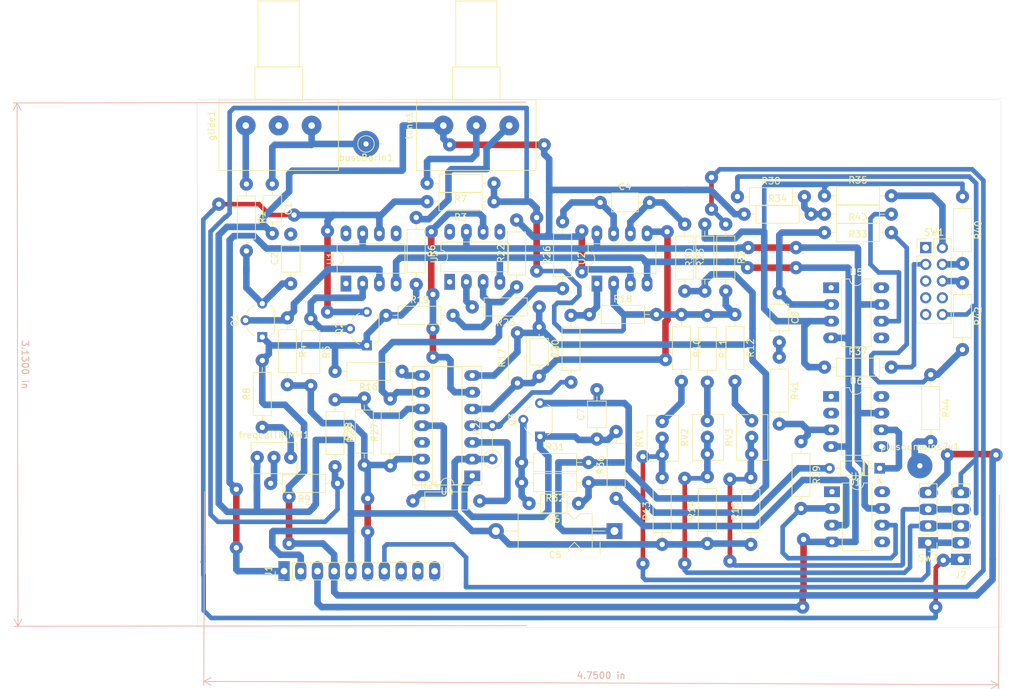
<source format=kicad_pcb>
(kicad_pcb (version 20171130) (host pcbnew "(5.1.2-1)-1")
  (layers (0 F.Cu signal) (31 B.Cu signal) (34 B.Paste user hide) (35 F.Paste user hide) (36 B.SilkS user) (37 F.SilkS user hide) (38 B.Mask user hide) (39 F.Mask user hide) (44 Edge.Cuts user))
  (net 0 "")
  (net 1 "Net-(C1-Pad1)")
  (net 2 GND)
  (net 3 "Net-(C2-Pad1)")
  (net 4 +3V8)
  (net 5 "Net-(C3-Pad2)")
  (net 6 "Net-(C4-Pad2)")
  (net 7 "Net-(C4-Pad1)")
  (net 8 "Net-(C6-Pad2)")
  (net 9 "Net-(C6-Pad1)")
  (net 10 "Net-(C7-Pad1)")
  (net 11 "Net-(C8-Pad1)")
  (net 12 "Net-(C8-Pad2)")
  (net 13 "Net-(D1-Pad1)")
  (net 14 "Net-(R9-Pad2)")
  (net 15 "Net-(R8-Pad1)")
  (net 16 "Net-(R1-Pad1)")
  (net 17 +15V)
  (net 18 -15V)
  (net 19 +7.5V)
  (net 20 -8V)
  (net 21 "Net-(J1-Pad7)")
  (net 22 "Net-(J2-Pad1)")
  (net 23 "Net-(J2-Pad2)")
  (net 24 "Net-(J2-Pad3)")
  (net 25 "Net-(J2-Pad4)")
  (net 26 "Net-(J2-Pad5)")
  (net 27 "Net-(R44-Pad2)")
  (net 28 "Net-(Q1-Pad2)")
  (net 29 "Net-(Q2-Pad2)")
  (net 30 "Net-(R10-Pad1)")
  (net 31 "Net-(R6-Pad1)")
  (net 32 "Net-(R7-Pad2)")
  (net 33 "Net-(R10-Pad2)")
  (net 34 "Net-(R11-Pad2)")
  (net 35 "Net-(R12-Pad2)")
  (net 36 "Net-(R16-Pad1)")
  (net 37 "Net-(R18-Pad1)")
  (net 38 "Net-(R19-Pad2)")
  (net 39 "Net-(R20-Pad1)")
  (net 40 "Net-(R24-Pad1)")
  (net 41 "Net-(R24-Pad2)")
  (net 42 "Net-(R25-Pad2)")
  (net 43 "Net-(R26-Pad1)")
  (net 44 "Net-(R28-Pad2)")
  (net 45 "Net-(R30-Pad2)")
  (net 46 "Net-(R33-Pad1)")
  (net 47 "Net-(R33-Pad2)")
  (net 48 "Net-(R35-Pad2)")
  (net 49 "Net-(R36-Pad1)")
  (net 50 "Net-(R37-Pad2)")
  (net 51 "Net-(R39-Pad1)")
  (net 52 "Net-(R39-Pad2)")
  (net 53 "Net-(R40-Pad2)")
  (net 54 "Net-(R42-Pad2)")
  (net 55 "Net-(R42-Pad1)")
  (net 56 "Net-(U3-Pad6)")
  (module Resistor_THT:R_Axial_DIN0207_L6.3mm_D2.5mm_P10.16mm_Horizontal (layer F.Cu) (at 89.281 66.294 270)
    (fp_text reference R1 (at 5.08 -2.37 90) (layer F.SilkS))
    (fp_text value 330R)
    (pad 1 thru_hole circle (at 0 0 270) (size 2 2) (drill 0.8) (layers *.Cu *.Mask) (net 16 "Net-(R1-Pad1)"))
    (pad 2 thru_hole oval (at 10.16 0 270) (size 2 2) (drill 0.8) (layers *.Cu *.Mask) (net 3 "Net-(C2-Pad1)"))
  )
  (module Connector_Pin:Pin_D1.0mm_L10.0mm (layer F.Cu) (at 107.442 60.198)
    (fp_text reference bussBarIn1 (at 0 2.072999) (layer F.SilkS))
    (fp_text value MountingHole_Pad)
    (pad 1 thru_hole circle (at 0 0) (size 4 4) (drill 0.8) (layers *.Cu *.Mask) (net 1 "Net-(C1-Pad1)"))
  )
  (module Package_DIP:DIP-8_W7.62mm_LongPads (layer F.Cu) (at 142.494 81.407 90)
    (fp_text reference U2 (at 3.81 -2.33 90) (layer F.SilkS))
    (fp_text value TL072)
    (pad 1 thru_hole rect (at 0 0 90) (size 2.4 1.6) (drill 0.8) (layers *.Cu *.Mask) (net 37 "Net-(R18-Pad1)"))
    (pad 5 thru_hole oval (at 7.62 7.62 90) (size 2.4 1.6) (drill 0.8) (layers *.Cu *.Mask) (net 5 "Net-(C3-Pad2)"))
    (pad 2 thru_hole oval (at 0 2.54 90) (size 2.4 1.6) (drill 0.8) (layers *.Cu *.Mask) (net 30 "Net-(R10-Pad1)"))
    (pad 6 thru_hole oval (at 7.62 5.08 90) (size 2.4 1.6) (drill 0.8) (layers *.Cu *.Mask) (net 6 "Net-(C4-Pad2)"))
    (pad 3 thru_hole oval (at 0 5.08 90) (size 2.4 1.6) (drill 0.8) (layers *.Cu *.Mask) (net 2 GND))
    (pad 7 thru_hole oval (at 7.62 2.54 90) (size 2.4 1.6) (drill 0.8) (layers *.Cu *.Mask) (net 7 "Net-(C4-Pad1)"))
    (pad 4 thru_hole oval (at 0 7.62 90) (size 2.4 1.6) (drill 0.8) (layers *.Cu *.Mask) (net 18 -15V))
    (pad 8 thru_hole oval (at 7.62 0 90) (size 2.4 1.6) (drill 0.8) (layers *.Cu *.Mask) (net 17 +15V))
  )
  (module Capacitor_THT:C_Axial_L3.8mm_D2.6mm_P7.50mm_Horizontal (layer F.Cu) (at 142.494 105.029 90)
    (fp_text reference C7 (at 3.75 -2.42 90) (layer F.SilkS))
    (fp_text value C)
    (pad 1 thru_hole circle (at 0 0 90) (size 2 2) (drill 0.8) (layers *.Cu *.Mask) (net 10 "Net-(C7-Pad1)"))
    (pad 2 thru_hole oval (at 7.5 0 90) (size 2 2) (drill 0.8) (layers *.Cu *.Mask) (net 4 +3V8))
  )
  (module Resistor_THT:R_Axial_DIN0207_L6.3mm_D2.5mm_P5.08mm_Vertical (layer F.Cu) (at 126.619 108.077 90)
    (fp_text reference R21 (at 5.08 -2.37 90) (layer F.SilkS))
    (fp_text value "1k tempco")
    (pad 2 thru_hole oval (at 5.08 0 90) (size 1.6 1.6) (drill 0.8) (layers *.Cu *.Mask) (net 39 "Net-(R20-Pad1)"))
    (pad 1 thru_hole circle (at 0 0 90) (size 1.6 1.6) (drill 0.8) (layers *.Cu *.Mask) (net 2 GND))
  )
  (module Resistor_THT:R_Axial_DIN0207_L6.3mm_D2.5mm_P10.16mm_Horizontal (layer F.Cu) (at 114.554 114.427)
    (fp_text reference R24 (at 2.54 -2.37) (layer F.SilkS))
    (fp_text value R_US)
    (pad 2 thru_hole oval (at 10.16 0) (size 2 2) (drill 0.8) (layers *.Cu *.Mask) (net 41 "Net-(R24-Pad2)"))
    (pad 1 thru_hole circle (at 0 0) (size 2 2) (drill 0.8) (layers *.Cu *.Mask) (net 40 "Net-(R24-Pad1)"))
  )
  (module Capacitor_THT:C_Axial_L3.8mm_D2.6mm_P7.50mm_Horizontal (layer F.Cu) (at 93.218 66.294 270)
    (fp_text reference C1 (at 3.75 -2.42 90) (layer F.SilkS))
    (fp_text value 0.47u)
    (pad 2 thru_hole oval (at 7.5 0 270) (size 2 2) (drill 0.8) (layers *.Cu *.Mask) (net 2 GND))
    (pad 1 thru_hole circle (at 0 0 270) (size 2 2) (drill 0.8) (layers *.Cu *.Mask) (net 1 "Net-(C1-Pad1)"))
  )
  (module Capacitor_THT:C_Axial_L3.8mm_D2.6mm_P7.50mm_Horizontal (layer F.Cu) (at 96.012 81.407 90)
    (fp_text reference C2 (at 3.75 -2.42 90) (layer F.SilkS))
    (fp_text value 1u)
    (pad 1 thru_hole circle (at 0 0 90) (size 2 2) (drill 0.8) (layers *.Cu *.Mask) (net 3 "Net-(C2-Pad1)"))
    (pad 2 thru_hole oval (at 7.5 0 90) (size 2 2) (drill 0.8) (layers *.Cu *.Mask) (net 2 GND))
  )
  (module Capacitor_THT:C_Axial_L3.8mm_D2.6mm_P7.50mm_Horizontal (layer F.Cu) (at 133.731 88.011 270)
    (fp_text reference C3 (at 3.75 -2.42 90) (layer F.SilkS))
    (fp_text value C)
    (pad 1 thru_hole circle (at 0 0 270) (size 2 2) (drill 0.8) (layers *.Cu *.Mask) (net 4 +3V8))
    (pad 2 thru_hole oval (at 7.5 0 270) (size 2 2) (drill 0.8) (layers *.Cu *.Mask) (net 5 "Net-(C3-Pad2)"))
  )
  (module Capacitor_THT:C_Axial_L3.8mm_D2.6mm_P7.50mm_Horizontal (layer F.Cu) (at 143.002 69.088)
    (fp_text reference C4 (at 3.75 -2.42) (layer F.SilkS))
    (fp_text value 100pF)
    (pad 2 thru_hole oval (at 7.5 0) (size 2 2) (drill 0.8) (layers *.Cu *.Mask) (net 6 "Net-(C4-Pad2)"))
    (pad 1 thru_hole circle (at 0 0) (size 2 2) (drill 0.8) (layers *.Cu *.Mask) (net 7 "Net-(C4-Pad1)"))
  )
  (module Capacitor_THT:CP_Axial_L11.0mm_D5.0mm_P18.00mm_Horizontal (layer F.Cu) (at 145.161 118.999 180)
    (fp_text reference C5 (at 9 -3.62) (layer F.SilkS))
    (fp_text value 22u)
    (pad 1 thru_hole rect (at 0 0 180) (size 2.4 2.4) (drill 1.2) (layers *.Cu *.Mask) (net 4 +3V8))
    (pad 2 thru_hole oval (at 18 0 180) (size 2.4 2.4) (drill 1.2) (layers *.Cu *.Mask) (net 2 GND))
  )
  (module Capacitor_THT:C_Axial_L3.8mm_D2.6mm_P7.50mm_Horizontal (layer F.Cu) (at 139.7 114.808 180)
    (fp_text reference C6 (at 3.75 -2.42) (layer F.SilkS))
    (fp_text value C)
    (pad 2 thru_hole oval (at 7.5 0 180) (size 2 2) (drill 0.8) (layers *.Cu *.Mask) (net 8 "Net-(C6-Pad2)"))
    (pad 1 thru_hole circle (at 0 0 180) (size 2 2) (drill 0.8) (layers *.Cu *.Mask) (net 9 "Net-(C6-Pad1)"))
  )
  (module Capacitor_THT:C_Axial_L3.8mm_D2.6mm_P7.50mm_Horizontal (layer F.Cu) (at 170.18 82.804 270)
    (fp_text reference C8 (at 3.75 -2.42 90) (layer F.SilkS))
    (fp_text value C)
    (pad 1 thru_hole circle (at 0 0 270) (size 2 2) (drill 0.8) (layers *.Cu *.Mask) (net 11 "Net-(C8-Pad1)"))
    (pad 2 thru_hole oval (at 7.5 0 270) (size 2 2) (drill 0.8) (layers *.Cu *.Mask) (net 12 "Net-(C8-Pad2)"))
  )
  (module Diode_THT:D_DO-35_SOD27_P7.62mm_Horizontal (layer F.Cu) (at 185.42 109.474 180)
    (fp_text reference D1 (at 3.81 -2.12) (layer F.SilkS))
    (fp_text value 1N4148)
    (fp_text user K (at 0 -1.8) (layer F.SilkS))
    (pad 1 thru_hole rect (at 0 0 180) (size 1.6 1.6) (drill 0.8) (layers *.Cu *.Mask) (net 13 "Net-(D1-Pad1)"))
    (pad 2 thru_hole oval (at 7.62 0 180) (size 1.6 1.6) (drill 0.8) (layers *.Cu *.Mask) (net 9 "Net-(C6-Pad1)"))
  )
  (module Potentiometer_THT:Potentiometer_Bourns_3266Y_Vertical (layer F.Cu) (at 96.012 107.823)
    (fp_text reference freqcalTRIMM1 (at -2.54 -3.41) (layer F.SilkS))
    (fp_text value 10k)
    (pad 3 thru_hole circle (at -5.08 0) (size 2 2) (drill 0.8) (layers *.Cu *.Mask) (net 2 GND))
    (pad 2 thru_hole circle (at -2.54 0) (size 2 2) (drill 0.8) (layers *.Cu *.Mask) (net 14 "Net-(R9-Pad2)"))
    (pad 1 thru_hole circle (at 0 0) (size 2 2) (drill 0.8) (layers *.Cu *.Mask) (net 15 "Net-(R8-Pad1)"))
  )
  (module Potentiometer_THT:Potentiometer_Alps_RK163_Single_Horizontal (layer F.Cu) (at 99.187 57.404 90)
    (fp_text reference glide1 (at 0 -15.2 90) (layer F.SilkS))
    (fp_text value "1M log")
    (pad 3 thru_hole circle (at 0 -10 90) (size 3 3) (drill 1) (layers *.Cu *.Mask F.Adhes) (net 16 "Net-(R1-Pad1)"))
    (pad 2 thru_hole circle (at 0 -5 90) (size 3 3) (drill 1) (layers *.Cu *.Mask))
    (pad 1 thru_hole circle (at 0 0 90) (size 3 3) (drill 1) (layers *.Cu *.Mask) (net 1 "Net-(C1-Pad1)"))
  )
  (module Connector_PinHeader_2.54mm:PinHeader_1x10_P2.54mm_Vertical (layer F.Cu) (at 94.996 125.095 90)
    (fp_text reference J1 (at 0 -2.33 90) (layer F.SilkS))
    (fp_text value Conn_01x10_MountingPin)
    (pad 1 thru_hole rect (at 0 0 90) (size 3 1.7) (drill 1) (layers *.Cu *.Mask) (net 17 +15V))
    (pad 2 thru_hole oval (at 0 2.54 90) (size 3 1.7) (drill 1) (layers *.Cu *.Mask) (net 2 GND))
    (pad 3 thru_hole oval (at 0 5.08 90) (size 3 1.7) (drill 1) (layers *.Cu *.Mask) (net 18 -15V))
    (pad 4 thru_hole oval (at 0 7.62 90) (size 3 1.7) (drill 1) (layers *.Cu *.Mask) (net 19 +7.5V))
    (pad 5 thru_hole oval (at 0 10.16 90) (size 3 1.7) (drill 1) (layers *.Cu *.Mask) (net 2 GND))
    (pad 6 thru_hole oval (at 0 12.7 90) (size 3 1.7) (drill 1) (layers *.Cu *.Mask) (net 20 -8V))
    (pad 7 thru_hole oval (at 0 15.24 90) (size 3 1.7) (drill 1) (layers *.Cu *.Mask) (net 21 "Net-(J1-Pad7)"))
    (pad 8 thru_hole oval (at 0 17.78 90) (size 3 1.7) (drill 1) (layers *.Cu *.Mask))
    (pad 9 thru_hole oval (at 0 20.32 90) (size 3 1.7) (drill 1) (layers *.Cu *.Mask))
    (pad 10 thru_hole oval (at 0 22.86 90) (size 3 1.7) (drill 1) (layers *.Cu *.Mask))
  )
  (module Connector_PinHeader_2.54mm:PinHeader_1x05_P2.54mm_Vertical (layer F.Cu) (at 197.739 123.317 180)
    (fp_text reference J2 (at 0 -2.33) (layer F.SilkS))
    (fp_text value Conn_01x05_MountingPin)
    (pad 1 thru_hole rect (at 0 0 180) (size 3 1.7) (drill 1) (layers *.Cu *.Mask) (net 22 "Net-(J2-Pad1)"))
    (pad 2 thru_hole oval (at 0 2.54 180) (size 3 1.7) (drill 1) (layers *.Cu *.Mask) (net 23 "Net-(J2-Pad2)"))
    (pad 3 thru_hole oval (at 0 5.08 180) (size 3 1.7) (drill 1) (layers *.Cu *.Mask) (net 24 "Net-(J2-Pad3)"))
    (pad 4 thru_hole oval (at 0 7.62 180) (size 3 1.7) (drill 1) (layers *.Cu *.Mask) (net 25 "Net-(J2-Pad4)"))
    (pad 5 thru_hole oval (at 0 10.16 180) (size 3 1.7) (drill 1) (layers *.Cu *.Mask) (net 26 "Net-(J2-Pad5)"))
  )
  (module MountingHole:MountingHole_2.2mm_M2_DIN965_Pad (layer F.Cu) (at 191.516 109.093)
    (fp_text reference plusoumoins7v1 (at 0 -2.9) (layer F.SilkS))
    (fp_text value MountingHole_Pad)
    (pad 1 thru_hole circle (at 0 0) (size 3.8 3.8) (drill 0.8) (layers *.Cu *.Mask) (net 27 "Net-(R44-Pad2)"))
  )
  (module Package_TO_SOT_THT:TO-92_Wide (layer F.Cu) (at 91.694 89.535 90)
    (fp_text reference Q1 (at 2.55 -4.19 90) (layer F.SilkS))
    (fp_text value 2N5163)
    (pad 1 thru_hole rect (at 0 0 90) (size 1.5 1.5) (drill 0.8) (layers *.Cu *.Mask) (net 19 +7.5V))
    (pad 3 thru_hole circle (at 5.08 0 90) (size 1.5 1.5) (drill 0.8) (layers *.Cu *.Mask) (net 3 "Net-(C2-Pad1)"))
    (pad 2 thru_hole circle (at 2.54 -2.54 90) (size 1.5 1.5) (drill 0.8) (layers *.Cu *.Mask) (net 28 "Net-(Q1-Pad2)"))
  )
  (module Package_TO_SOT_THT:TO-92_Wide (layer F.Cu) (at 107.569 90.805 90)
    (fp_text reference Q2 (at 2.55 -4.19 90) (layer F.SilkS))
    (fp_text value 2N5163)
    (pad 2 thru_hole circle (at 2.54 -2.54 90) (size 1.5 1.5) (drill 0.8) (layers *.Cu *.Mask) (net 29 "Net-(Q2-Pad2)"))
    (pad 3 thru_hole circle (at 5.08 0 90) (size 1.5 1.5) (drill 0.8) (layers *.Cu *.Mask) (net 22 "Net-(J2-Pad1)"))
    (pad 1 thru_hole rect (at 0 0 90) (size 1.5 1.5) (drill 0.8) (layers *.Cu *.Mask) (net 19 +7.5V))
  )
  (module Package_TO_SOT_THT:TO-92_Wide (layer F.Cu) (at 133.858 104.648 90)
    (fp_text reference Q3 (at 2.55 -4.19 90) (layer F.SilkS))
    (fp_text value BC307)
    (pad 2 thru_hole circle (at 2.54 -2.54 90) (size 1.5 1.5) (drill 0.8) (layers *.Cu *.Mask) (net 8 "Net-(C6-Pad2)"))
    (pad 3 thru_hole circle (at 5.08 0 90) (size 1.5 1.5) (drill 0.8) (layers *.Cu *.Mask) (net 4 +3V8))
    (pad 1 thru_hole rect (at 0 0 90) (size 1.5 1.5) (drill 0.8) (layers *.Cu *.Mask) (net 10 "Net-(C7-Pad1)"))
  )
  (module Resistor_THT:R_Axial_DIN0207_L6.3mm_D2.5mm_P10.16mm_Horizontal (layer F.Cu) (at 162.052 72.39 270)
    (fp_text reference R2 (at 5.08 -2.37 90) (layer F.SilkS))
    (fp_text value 330k)
    (pad 1 thru_hole circle (at 0 0 270) (size 2 2) (drill 0.8) (layers *.Cu *.Mask) (net 21 "Net-(J1-Pad7)"))
    (pad 2 thru_hole oval (at 10.16 0 270) (size 2 2) (drill 0.8) (layers *.Cu *.Mask) (net 30 "Net-(R10-Pad1)"))
  )
  (module Resistor_THT:R_Axial_DIN0207_L6.3mm_D2.5mm_P10.16mm_Horizontal (layer F.Cu) (at 126.873 68.961 180)
    (fp_text reference R3 (at 5.08 -2.37) (layer F.SilkS))
    (fp_text value 27k)
    (pad 1 thru_hole circle (at 0 0 180) (size 2 2) (drill 0.8) (layers *.Cu *.Mask) (net 30 "Net-(R10-Pad1)"))
    (pad 2 thru_hole oval (at 10.16 0 180) (size 2 2) (drill 0.8) (layers *.Cu *.Mask) (net 22 "Net-(J2-Pad1)"))
  )
  (module Resistor_THT:R_Axial_DIN0207_L6.3mm_D2.5mm_P10.16mm_Horizontal (layer F.Cu) (at 95.504 86.614 270)
    (fp_text reference R4 (at 5.08 -2.37 90) (layer F.SilkS))
    (fp_text value 47k)
    (pad 1 thru_hole circle (at 0 0 270) (size 2 2) (drill 0.8) (layers *.Cu *.Mask) (net 28 "Net-(Q1-Pad2)"))
    (pad 2 thru_hole oval (at 10.16 0 270) (size 2 2) (drill 0.8) (layers *.Cu *.Mask) (net 20 -8V))
  )
  (module Resistor_THT:R_Axial_DIN0207_L6.3mm_D2.5mm_P10.16mm_Horizontal (layer F.Cu) (at 99.06 86.741 270)
    (fp_text reference R5 (at 5.08 -2.37 90) (layer F.SilkS))
    (fp_text value 47k)
    (pad 1 thru_hole circle (at 0 0 270) (size 2 2) (drill 0.8) (layers *.Cu *.Mask) (net 29 "Net-(Q2-Pad2)"))
    (pad 2 thru_hole oval (at 10.16 0 270) (size 2 2) (drill 0.8) (layers *.Cu *.Mask) (net 20 -8V))
  )
  (module Resistor_THT:R_Axial_DIN0207_L6.3mm_D2.5mm_P10.16mm_Horizontal (layer F.Cu) (at 115.062 71.374 270)
    (fp_text reference R6 (at 5.08 -2.37 90) (layer F.SilkS))
    (fp_text value 100k)
    (pad 2 thru_hole oval (at 10.16 0 270) (size 2 2) (drill 0.8) (layers *.Cu *.Mask) (net 19 +7.5V))
    (pad 1 thru_hole circle (at 0 0 270) (size 2 2) (drill 0.8) (layers *.Cu *.Mask) (net 31 "Net-(R6-Pad1)"))
  )
  (module Resistor_THT:R_Axial_DIN0207_L6.3mm_D2.5mm_P10.16mm_Horizontal (layer F.Cu) (at 126.873 66.167 180)
    (fp_text reference R7 (at 5.08 -2.37) (layer F.SilkS))
    (fp_text value 270k)
    (pad 2 thru_hole oval (at 10.16 0 180) (size 2 2) (drill 0.8) (layers *.Cu *.Mask) (net 32 "Net-(R7-Pad2)"))
    (pad 1 thru_hole circle (at 0 0 180) (size 2 2) (drill 0.8) (layers *.Cu *.Mask) (net 30 "Net-(R10-Pad1)"))
  )
  (module Resistor_THT:R_Axial_DIN0207_L6.3mm_D2.5mm_P10.16mm_Horizontal (layer F.Cu) (at 91.694 103.251 90)
    (fp_text reference R8 (at 5.08 -2.37 90) (layer F.SilkS))
    (fp_text value 30k)
    (pad 1 thru_hole circle (at 0 0 90) (size 2 2) (drill 0.8) (layers *.Cu *.Mask) (net 15 "Net-(R8-Pad1)"))
    (pad 2 thru_hole oval (at 10.16 0 90) (size 2 2) (drill 0.8) (layers *.Cu *.Mask) (net 19 +7.5V))
  )
  (module Resistor_THT:R_Axial_DIN0207_L6.3mm_D2.5mm_P10.16mm_Horizontal (layer F.Cu) (at 103.124 111.76 180)
    (fp_text reference R9 (at 5.08 -2.37) (layer F.SilkS))
    (fp_text value 100k)
    (pad 2 thru_hole oval (at 10.16 0 180) (size 2 2) (drill 0.8) (layers *.Cu *.Mask) (net 14 "Net-(R9-Pad2)"))
    (pad 1 thru_hole circle (at 0 0 180) (size 2 2) (drill 0.8) (layers *.Cu *.Mask) (net 30 "Net-(R10-Pad1)"))
  )
  (module Resistor_THT:R_Axial_DIN0207_L6.3mm_D2.5mm_P10.16mm_Horizontal (layer F.Cu) (at 155.321 86.106 270)
    (fp_text reference R10 (at 5.08 -2.37 90) (layer F.SilkS))
    (fp_text value 360k)
    (pad 2 thru_hole oval (at 10.16 0 270) (size 2 2) (drill 0.8) (layers *.Cu *.Mask) (net 33 "Net-(R10-Pad2)"))
    (pad 1 thru_hole circle (at 0 0 270) (size 2 2) (drill 0.8) (layers *.Cu *.Mask) (net 30 "Net-(R10-Pad1)"))
  )
  (module Resistor_THT:R_Axial_DIN0207_L6.3mm_D2.5mm_P10.16mm_Horizontal (layer F.Cu) (at 159.258 86.233 270)
    (fp_text reference R11 (at 5.08 -2.37 90) (layer F.SilkS))
    (fp_text value 180k)
    (pad 2 thru_hole oval (at 10.16 0 270) (size 2 2) (drill 0.8) (layers *.Cu *.Mask) (net 34 "Net-(R11-Pad2)"))
    (pad 1 thru_hole circle (at 0 0 270) (size 2 2) (drill 0.8) (layers *.Cu *.Mask) (net 30 "Net-(R10-Pad1)"))
  )
  (module Resistor_THT:R_Axial_DIN0207_L6.3mm_D2.5mm_P10.16mm_Horizontal (layer F.Cu) (at 163.449 86.106 270)
    (fp_text reference R12 (at 5.08 -2.37 90) (layer F.SilkS))
    (fp_text value 130k)
    (pad 2 thru_hole oval (at 10.16 0 270) (size 2 2) (drill 0.8) (layers *.Cu *.Mask) (net 35 "Net-(R12-Pad2)"))
    (pad 1 thru_hole circle (at 0 0 270) (size 2 2) (drill 0.8) (layers *.Cu *.Mask) (net 30 "Net-(R10-Pad1)"))
  )
  (module Resistor_THT:R_Axial_DIN0207_L6.3mm_D2.5mm_P10.16mm_Horizontal (layer F.Cu) (at 152.4 121.031 90)
    (fp_text reference R13 (at 5.08 -2.37 90) (layer F.SilkS))
    (fp_text value 1k)
    (pad 1 thru_hole circle (at 0 0 90) (size 2 2) (drill 0.8) (layers *.Cu *.Mask) (net 2 GND))
    (pad 2 thru_hole oval (at 10.16 0 90) (size 2 2) (drill 0.8) (layers *.Cu *.Mask) (net 23 "Net-(J2-Pad2)"))
  )
  (module Resistor_THT:R_Axial_DIN0207_L6.3mm_D2.5mm_P10.16mm_Horizontal (layer F.Cu) (at 159.258 120.904 90)
    (fp_text reference R14 (at 5.08 -2.37 90) (layer F.SilkS))
    (fp_text value 1k)
    (pad 2 thru_hole oval (at 10.16 0 90) (size 2 2) (drill 0.8) (layers *.Cu *.Mask) (net 24 "Net-(J2-Pad3)"))
    (pad 1 thru_hole circle (at 0 0 90) (size 2 2) (drill 0.8) (layers *.Cu *.Mask) (net 2 GND))
  )
  (module Resistor_THT:R_Axial_DIN0207_L6.3mm_D2.5mm_P10.16mm_Horizontal (layer F.Cu) (at 165.862 121.031 90)
    (fp_text reference R15 (at 5.08 -2.37 90) (layer F.SilkS))
    (fp_text value 1k)
    (pad 2 thru_hole oval (at 10.16 0 90) (size 2 2) (drill 0.8) (layers *.Cu *.Mask) (net 25 "Net-(J2-Pad4)"))
    (pad 1 thru_hole circle (at 0 0 90) (size 2 2) (drill 0.8) (layers *.Cu *.Mask) (net 2 GND))
  )
  (module Resistor_THT:R_Axial_DIN0207_L6.3mm_D2.5mm_P10.16mm_Horizontal (layer F.Cu) (at 112.903 94.742 180)
    (fp_text reference R16 (at 5.08 -2.37) (layer F.SilkS))
    (fp_text value 100R)
    (pad 2 thru_hole oval (at 10.16 0 180) (size 2 2) (drill 0.8) (layers *.Cu *.Mask) (net 19 +7.5V))
    (pad 1 thru_hole circle (at 0 0 180) (size 2 2) (drill 0.8) (layers *.Cu *.Mask) (net 36 "Net-(R16-Pad1)"))
  )
  (module Resistor_THT:R_Axial_DIN0207_L6.3mm_D2.5mm_P7.62mm_Horizontal (layer F.Cu) (at 130.429 96.52 90)
    (fp_text reference R17 (at 3.81 -2.37 90) (layer F.SilkS))
    (fp_text value R_US)
    (pad 1 thru_hole circle (at 0 0 90) (size 2 2) (drill 0.8) (layers *.Cu *.Mask) (net 5 "Net-(C3-Pad2)"))
    (pad 2 thru_hole oval (at 7.62 0 90) (size 2 2) (drill 0.8) (layers *.Cu *.Mask) (net 4 +3V8))
  )
  (module Resistor_THT:R_Axial_DIN0207_L6.3mm_D2.5mm_P10.16mm_Horizontal (layer F.Cu) (at 141.351 86.106)
    (fp_text reference R18 (at 5.08 -2.37) (layer F.SilkS))
    (fp_text value 20k)
    (pad 2 thru_hole oval (at 10.16 0) (size 2 2) (drill 0.8) (layers *.Cu *.Mask) (net 30 "Net-(R10-Pad1)"))
    (pad 1 thru_hole circle (at 0 0) (size 2 2) (drill 0.8) (layers *.Cu *.Mask) (net 37 "Net-(R18-Pad1)"))
  )
  (module Resistor_THT:R_Axial_DIN0207_L6.3mm_D2.5mm_P10.16mm_Horizontal (layer F.Cu) (at 110.49 86.233)
    (fp_text reference R19 (at 5.08 -2.37) (layer F.SilkS))
    (fp_text value 20k)
    (pad 1 thru_hole circle (at 0 0) (size 2 2) (drill 0.8) (layers *.Cu *.Mask) (net 19 +7.5V))
    (pad 2 thru_hole oval (at 10.16 0) (size 2 2) (drill 0.8) (layers *.Cu *.Mask) (net 38 "Net-(R19-Pad2)"))
  )
  (module Resistor_THT:R_Axial_DIN0207_L6.3mm_D2.5mm_P10.16mm_Horizontal (layer F.Cu) (at 138.557 96.393 90)
    (fp_text reference R20 (at 5.08 -2.37 90) (layer F.SilkS))
    (fp_text value 20k)
    (pad 1 thru_hole circle (at 0 0 90) (size 2 2) (drill 0.8) (layers *.Cu *.Mask) (net 39 "Net-(R20-Pad1)"))
    (pad 2 thru_hole oval (at 10.16 0 90) (size 2 2) (drill 0.8) (layers *.Cu *.Mask) (net 37 "Net-(R18-Pad1)"))
  )
  (module Resistor_THT:R_Axial_DIN0207_L6.3mm_D2.5mm_P10.16mm_Horizontal (layer F.Cu) (at 130.302 81.915 90)
    (fp_text reference R22 (at 5.08 -2.37 90) (layer F.SilkS))
    (fp_text value 20k)
    (pad 1 thru_hole circle (at 0 0 90) (size 2 2) (drill 0.8) (layers *.Cu *.Mask) (net 38 "Net-(R19-Pad2)"))
    (pad 2 thru_hole oval (at 10.16 0 90) (size 2 2) (drill 0.8) (layers *.Cu *.Mask) (net 2 GND))
  )
  (module Resistor_THT:R_Axial_DIN0207_L6.3mm_D2.5mm_P10.16mm_Horizontal (layer F.Cu) (at 155.829 72.39 270)
    (fp_text reference R23 (at 5.08 -2.37 90) (layer F.SilkS))
    (fp_text value 20k)
    (pad 2 thru_hole oval (at 10.16 0 270) (size 2 2) (drill 0.8) (layers *.Cu *.Mask) (net 4 +3V8))
    (pad 1 thru_hole circle (at 0 0 270) (size 2 2) (drill 0.8) (layers *.Cu *.Mask) (net 6 "Net-(C4-Pad2)"))
  )
  (module Resistor_THT:R_Axial_DIN0207_L6.3mm_D2.5mm_P10.16mm_Horizontal (layer F.Cu) (at 133.731 84.963 180)
    (fp_text reference R25 (at 5.08 -2.37) (layer F.SilkS))
    (fp_text value 22k)
    (pad 1 thru_hole circle (at 0 0 180) (size 2 2) (drill 0.8) (layers *.Cu *.Mask) (net 4 +3V8))
    (pad 2 thru_hole oval (at 10.16 0 180) (size 2 2) (drill 0.8) (layers *.Cu *.Mask) (net 42 "Net-(R25-Pad2)"))
  )
  (module Resistor_THT:R_Axial_DIN0207_L6.3mm_D2.5mm_P10.16mm_Horizontal (layer F.Cu) (at 137.287 82.169 90)
    (fp_text reference R26 (at 5.08 -2.37 90) (layer F.SilkS))
    (fp_text value R_US)
    (pad 1 thru_hole circle (at 0 0 90) (size 2 2) (drill 0.8) (layers *.Cu *.Mask) (net 43 "Net-(R26-Pad1)"))
    (pad 2 thru_hole oval (at 10.16 0 90) (size 2 2) (drill 0.8) (layers *.Cu *.Mask) (net 7 "Net-(C4-Pad1)"))
  )
  (module Resistor_THT:R_Axial_DIN0207_L6.3mm_D2.5mm_P10.16mm_Horizontal (layer F.Cu) (at 111.125 109.093 90)
    (fp_text reference R27 (at 5.08 -2.37 90) (layer F.SilkS))
    (fp_text value R_US)
    (pad 1 thru_hole circle (at 0 0 90) (size 2 2) (drill 0.8) (layers *.Cu *.Mask) (net 20 -8V))
    (pad 2 thru_hole oval (at 10.16 0 90) (size 2 2) (drill 0.8) (layers *.Cu *.Mask) (net 43 "Net-(R26-Pad1)"))
  )
  (module Resistor_THT:R_Axial_DIN0207_L6.3mm_D2.5mm_P10.16mm_Horizontal (layer F.Cu) (at 107.188 108.966 90)
    (fp_text reference R28 (at 5.08 -2.37 90) (layer F.SilkS))
    (fp_text value R_US)
    (pad 2 thru_hole oval (at 10.16 0 90) (size 2 2) (drill 0.8) (layers *.Cu *.Mask) (net 44 "Net-(R28-Pad2)"))
    (pad 1 thru_hole circle (at 0 0 90) (size 2 2) (drill 0.8) (layers *.Cu *.Mask) (net 20 -8V))
  )
  (module Resistor_THT:R_Axial_DIN0207_L6.3mm_D2.5mm_P10.16mm_Horizontal (layer F.Cu) (at 102.743 99.06 270)
    (fp_text reference R29 (at 5.08 -2.37 90) (layer F.SilkS))
    (fp_text value R_US)
    (pad 2 thru_hole oval (at 10.16 0 270) (size 2 2) (drill 0.8) (layers *.Cu *.Mask) (net 30 "Net-(R10-Pad1)"))
    (pad 1 thru_hole circle (at 0 0 270) (size 2 2) (drill 0.8) (layers *.Cu *.Mask) (net 44 "Net-(R28-Pad2)"))
  )
  (module Resistor_THT:R_Axial_DIN0207_L6.3mm_D2.5mm_P10.16mm_Horizontal (layer F.Cu) (at 158.877 82.55 90)
    (fp_text reference R30 (at 5.08 -2.37 90) (layer F.SilkS))
    (fp_text value R_US)
    (pad 2 thru_hole oval (at 10.16 0 90) (size 2 2) (drill 0.8) (layers *.Cu *.Mask) (net 45 "Net-(R30-Pad2)"))
    (pad 1 thru_hole circle (at 0 0 90) (size 2 2) (drill 0.8) (layers *.Cu *.Mask) (net 4 +3V8))
  )
  (module Resistor_THT:R_Axial_DIN0207_L6.3mm_D2.5mm_P10.16mm_Horizontal (layer F.Cu) (at 131.064 108.585)
    (fp_text reference R31 (at 5.08 -2.37) (layer F.SilkS))
    (fp_text value R_US)
    (pad 1 thru_hole circle (at 0 0) (size 2 2) (drill 0.8) (layers *.Cu *.Mask) (net 8 "Net-(C6-Pad2)"))
    (pad 2 thru_hole oval (at 10.16 0) (size 2 2) (drill 0.8) (layers *.Cu *.Mask) (net 4 +3V8))
  )
  (module Resistor_THT:R_Axial_DIN0207_L6.3mm_D2.5mm_P10.16mm_Horizontal (layer F.Cu) (at 141.224 111.633 180)
    (fp_text reference R32 (at 5.08 -2.37) (layer F.SilkS))
    (fp_text value R_US)
    (pad 2 thru_hole oval (at 10.16 0 180) (size 2 2) (drill 0.8) (layers *.Cu *.Mask) (net 8 "Net-(C6-Pad2)"))
    (pad 1 thru_hole circle (at 0 0 180) (size 2 2) (drill 0.8) (layers *.Cu *.Mask) (net 9 "Net-(C6-Pad1)"))
  )
  (module Resistor_THT:R_Axial_DIN0207_L6.3mm_D2.5mm_P10.16mm_Horizontal (layer F.Cu) (at 187.198 70.866 180)
    (fp_text reference R33 (at 5.08 -3.048) (layer F.SilkS))
    (fp_text value R_US)
    (pad 1 thru_hole circle (at 0 0 180) (size 2 2) (drill 0.8) (layers *.Cu *.Mask) (net 46 "Net-(R33-Pad1)"))
    (pad 2 thru_hole oval (at 10.16 0 180) (size 2 2) (drill 0.8) (layers *.Cu *.Mask) (net 47 "Net-(R33-Pad2)"))
  )
  (module Resistor_THT:R_Axial_DIN0207_L6.3mm_D2.5mm_P10.16mm_Horizontal (layer F.Cu) (at 164.846 70.866)
    (fp_text reference R34 (at 5.08 -2.37) (layer F.SilkS))
    (fp_text value R_US)
    (pad 2 thru_hole oval (at 10.16 0) (size 2 2) (drill 0.8) (layers *.Cu *.Mask) (net 47 "Net-(R33-Pad2)"))
    (pad 1 thru_hole circle (at 0 0) (size 2 2) (drill 0.8) (layers *.Cu *.Mask) (net 2 GND))
  )
  (module Resistor_THT:R_Axial_DIN0207_L6.3mm_D2.5mm_P10.16mm_Horizontal (layer F.Cu) (at 177.038 68.072)
    (fp_text reference R35 (at 5.08 -2.37) (layer F.SilkS))
    (fp_text value R_US)
    (pad 1 thru_hole circle (at 0 0) (size 2 2) (drill 0.8) (layers *.Cu *.Mask) (net 45 "Net-(R30-Pad2)"))
    (pad 2 thru_hole oval (at 10.16 0) (size 2 2) (drill 0.8) (layers *.Cu *.Mask) (net 48 "Net-(R35-Pad2)"))
  )
  (module Resistor_THT:R_Axial_DIN0207_L6.3mm_D2.5mm_P10.16mm_Horizontal (layer F.Cu) (at 145.415 114.046 90)
    (fp_text reference R36 (at 5.08 -2.37 90) (layer F.SilkS))
    (fp_text value R_US)
    (pad 2 thru_hole oval (at 10.16 0 90) (size 2 2) (drill 0.8) (layers *.Cu *.Mask) (net 10 "Net-(C7-Pad1)"))
    (pad 1 thru_hole circle (at 0 0 90) (size 2 2) (drill 0.8) (layers *.Cu *.Mask) (net 49 "Net-(R36-Pad1)"))
  )
  (module Resistor_THT:R_Axial_DIN0207_L6.3mm_D2.5mm_P10.16mm_Horizontal (layer F.Cu) (at 177.038 94.107)
    (fp_text reference R37 (at 5.08 -2.37) (layer F.SilkS))
    (fp_text value R_US)
    (pad 2 thru_hole oval (at 10.16 0) (size 2 2) (drill 0.8) (layers *.Cu *.Mask) (net 50 "Net-(R37-Pad2)"))
    (pad 1 thru_hole circle (at 0 0) (size 2 2) (drill 0.8) (layers *.Cu *.Mask) (net 45 "Net-(R30-Pad2)"))
  )
  (module Resistor_THT:R_Axial_DIN0207_L6.3mm_D2.5mm_P10.16mm_Horizontal (layer F.Cu) (at 163.83 68.199)
    (fp_text reference R38 (at 5.08 -2.37) (layer F.SilkS))
    (fp_text value R_US)
    (pad 1 thru_hole circle (at 0 0) (size 2 2) (drill 0.8) (layers *.Cu *.Mask) (net 26 "Net-(J2-Pad5)"))
    (pad 2 thru_hole oval (at 10.16 0) (size 2 2) (drill 0.8) (layers *.Cu *.Mask) (net 47 "Net-(R33-Pad2)"))
  )
  (module Resistor_THT:R_Axial_DIN0207_L6.3mm_D2.5mm_P10.16mm_Horizontal (layer F.Cu) (at 173.482 105.41 270)
    (fp_text reference R39 (at 5.08 -2.37 90) (layer F.SilkS))
    (fp_text value R_US)
    (pad 1 thru_hole circle (at 0 0 270) (size 2 2) (drill 0.8) (layers *.Cu *.Mask) (net 51 "Net-(R39-Pad1)"))
    (pad 2 thru_hole oval (at 10.16 0 270) (size 2 2) (drill 0.8) (layers *.Cu *.Mask) (net 52 "Net-(R39-Pad2)"))
  )
  (module Resistor_THT:R_Axial_DIN0207_L6.3mm_D2.5mm_P10.16mm_Horizontal (layer F.Cu) (at 197.993 68.199 270)
    (fp_text reference R40 (at 5.08 -2.37 90) (layer F.SilkS))
    (fp_text value R_US)
    (pad 1 thru_hole circle (at 0 0 270) (size 2 2) (drill 0.8) (layers *.Cu *.Mask) (net 45 "Net-(R30-Pad2)"))
    (pad 2 thru_hole oval (at 10.16 0 270) (size 2 2) (drill 0.8) (layers *.Cu *.Mask) (net 53 "Net-(R40-Pad2)"))
  )
  (module Resistor_THT:R_Axial_DIN0207_L6.3mm_D2.5mm_P10.16mm_Horizontal (layer F.Cu) (at 170.18 92.583 270)
    (fp_text reference R41 (at 5.08 -2.37 90) (layer F.SilkS))
    (fp_text value R_US)
    (pad 2 thru_hole oval (at 10.16 0 270) (size 2 2) (drill 0.8) (layers *.Cu *.Mask) (net 51 "Net-(R39-Pad1)"))
    (pad 1 thru_hole circle (at 0 0 270) (size 2 2) (drill 0.8) (layers *.Cu *.Mask) (net 12 "Net-(C8-Pad2)"))
  )
  (module Resistor_THT:R_Axial_DIN0207_L6.3mm_D2.5mm_P10.16mm_Horizontal (layer F.Cu) (at 197.993 81.28 270)
    (fp_text reference R42 (at 5.08 -2.37 90) (layer F.SilkS))
    (fp_text value R_US)
    (pad 2 thru_hole oval (at 10.16 0 270) (size 2 2) (drill 0.8) (layers *.Cu *.Mask) (net 54 "Net-(R42-Pad2)"))
    (pad 1 thru_hole circle (at 0 0 270) (size 2 2) (drill 0.8) (layers *.Cu *.Mask) (net 55 "Net-(R42-Pad1)"))
  )
  (module Resistor_THT:R_Axial_DIN0207_L6.3mm_D2.5mm_P10.16mm_Horizontal (layer F.Cu) (at 177.038 73.66)
    (fp_text reference R43 (at 5.08 -2.37) (layer F.SilkS))
    (fp_text value R_US)
    (pad 1 thru_hole circle (at 0 0) (size 2 2) (drill 0.8) (layers *.Cu *.Mask) (net 11 "Net-(C8-Pad1)"))
    (pad 2 thru_hole oval (at 10.16 0) (size 2 2) (drill 0.8) (layers *.Cu *.Mask) (net 54 "Net-(R42-Pad2)"))
  )
  (module Resistor_THT:R_Axial_DIN0207_L6.3mm_D2.5mm_P10.16mm_Horizontal (layer F.Cu) (at 193.167 95.25 270)
    (fp_text reference R44 (at 5.08 -2.37 90) (layer F.SilkS))
    (fp_text value R_US)
    (pad 1 thru_hole circle (at 0 0 270) (size 2 2) (drill 0.8) (layers *.Cu *.Mask) (net 54 "Net-(R42-Pad2)"))
    (pad 2 thru_hole oval (at 10.16 0 270) (size 2 2) (drill 0.8) (layers *.Cu *.Mask) (net 27 "Net-(R44-Pad2)"))
  )
  (module Potentiometer_THT:Potentiometer_Bourns_3266Y_Vertical (layer F.Cu) (at 152.4 102.362 90)
    (fp_text reference RV1 (at -2.54 -3.41 90) (layer F.SilkS))
    (fp_text value 50k)
    (pad 1 thru_hole circle (at 0 0 90) (size 2 2) (drill 0.8) (layers *.Cu *.Mask) (net 33 "Net-(R10-Pad2)"))
    (pad 2 thru_hole circle (at -2.54 0 90) (size 2 2) (drill 0.8) (layers *.Cu *.Mask) (net 23 "Net-(J2-Pad2)"))
    (pad 3 thru_hole circle (at -5.08 0 90) (size 2 2) (drill 0.8) (layers *.Cu *.Mask) (net 23 "Net-(J2-Pad2)"))
  )
  (module Potentiometer_THT:Potentiometer_Bourns_3266Y_Vertical (layer F.Cu) (at 159.258 102.235 90)
    (fp_text reference RV2 (at -2.54 -3.41 90) (layer F.SilkS))
    (fp_text value 50k)
    (pad 1 thru_hole circle (at 0 0 90) (size 2 2) (drill 0.8) (layers *.Cu *.Mask) (net 34 "Net-(R11-Pad2)"))
    (pad 2 thru_hole circle (at -2.54 0 90) (size 2 2) (drill 0.8) (layers *.Cu *.Mask) (net 24 "Net-(J2-Pad3)"))
    (pad 3 thru_hole circle (at -5.08 0 90) (size 2 2) (drill 0.8) (layers *.Cu *.Mask) (net 24 "Net-(J2-Pad3)"))
  )
  (module Potentiometer_THT:Potentiometer_Bourns_3266Y_Vertical (layer F.Cu) (at 165.989 102.235 90)
    (fp_text reference RV3 (at -2.54 -3.41 90) (layer F.SilkS))
    (fp_text value 50k)
    (pad 3 thru_hole circle (at -5.08 0 90) (size 2 2) (drill 0.8) (layers *.Cu *.Mask) (net 25 "Net-(J2-Pad4)"))
    (pad 2 thru_hole circle (at -2.54 0 90) (size 2 2) (drill 0.8) (layers *.Cu *.Mask) (net 25 "Net-(J2-Pad4)"))
    (pad 1 thru_hole circle (at 0 0 90) (size 2 2) (drill 0.8) (layers *.Cu *.Mask) (net 35 "Net-(R12-Pad2)"))
  )
  (module Connector_PinHeader_2.54mm:PinHeader_2x05_P2.54mm_Vertical (layer F.Cu) (at 192.405 75.946)
    (fp_text reference SW1 (at 1.27 -2.33) (layer F.SilkS))
    (fp_text value SW_Rotary2x4)
    (pad 1 thru_hole rect (at 0 0) (size 1.7 1.7) (drill 1) (layers *.Cu *.Mask))
    (pad 2 thru_hole oval (at 2.54 0) (size 1.7 1.7) (drill 1) (layers *.Cu *.Mask) (net 48 "Net-(R35-Pad2)"))
    (pad 3 thru_hole oval (at 0 2.54) (size 1.7 1.7) (drill 1) (layers *.Cu *.Mask) (net 50 "Net-(R37-Pad2)"))
    (pad 4 thru_hole oval (at 2.54 2.54) (size 1.7 1.7) (drill 1) (layers *.Cu *.Mask) (net 53 "Net-(R40-Pad2)"))
    (pad 5 thru_hole oval (at 0 5.08) (size 1.7 1.7) (drill 1) (layers *.Cu *.Mask) (net 2 GND))
    (pad 6 thru_hole oval (at 2.54 5.08) (size 1.7 1.7) (drill 1) (layers *.Cu *.Mask) (net 55 "Net-(R42-Pad1)"))
    (pad 7 thru_hole oval (at 0 7.62) (size 1.7 1.7) (drill 1) (layers *.Cu *.Mask))
    (pad 8 thru_hole oval (at 2.54 7.62) (size 1.7 1.7) (drill 1) (layers *.Cu *.Mask))
    (pad 9 thru_hole oval (at 0 10.16) (size 1.7 1.7) (drill 1) (layers *.Cu *.Mask))
    (pad 10 thru_hole oval (at 2.54 10.16) (size 1.7 1.7) (drill 1) (layers *.Cu *.Mask) (net 26 "Net-(J2-Pad5)"))
  )
  (module Connector_PinHeader_2.54mm:PinHeader_1x04_P2.54mm_Vertical (layer F.Cu) (at 192.786 120.777 180)
    (fp_text reference SW2 (at 0 -2.33) (layer F.SilkS))
    (fp_text value SW_DP3Tbis)
    (pad 1 thru_hole rect (at 0 0 180) (size 3 1.7) (drill 1) (layers *.Cu *.Mask) (net 23 "Net-(J2-Pad2)"))
    (pad 2 thru_hole oval (at 0 2.54 180) (size 3 1.7) (drill 1) (layers *.Cu *.Mask) (net 24 "Net-(J2-Pad3)"))
    (pad 3 thru_hole oval (at 0 5.08 180) (size 3 1.7) (drill 1) (layers *.Cu *.Mask) (net 25 "Net-(J2-Pad4)"))
    (pad 4 thru_hole oval (at 0 7.62 180) (size 3 1.7) (drill 1) (layers *.Cu *.Mask) (net 19 +7.5V))
  )
  (module Potentiometer_THT:Potentiometer_Alps_RK163_Single_Horizontal (layer F.Cu) (at 129.187 57.404 90)
    (fp_text reference tune1 (at 0 -15.2 90) (layer F.SilkS))
    (fp_text value "10k lin")
    (pad 1 thru_hole circle (at 0 0 90) (size 3 3) (drill 1) (layers *.Cu *.Mask) (net 31 "Net-(R6-Pad1)"))
    (pad 2 thru_hole circle (at 0 -5 90) (size 3 3) (drill 1) (layers *.Cu *.Mask) (net 32 "Net-(R7-Pad2)"))
    (pad 3 thru_hole circle (at 0 -10 90) (size 3 3) (drill 1) (layers *.Cu *.Mask F.Adhes) (net 2 GND))
  )
  (module Package_DIP:DIP-8_W7.62mm_LongPads (layer F.Cu) (at 104.394 81.407 90)
    (fp_text reference U1 (at 3.81 -2.33 90) (layer F.SilkS))
    (fp_text value TL071)
    (pad 8 thru_hole oval (at 7.62 0 90) (size 2.4 1.6) (drill 0.8) (layers *.Cu *.Mask))
    (pad 4 thru_hole oval (at 0 7.62 90) (size 2.4 1.6) (drill 0.8) (layers *.Cu *.Mask) (net 18 -15V))
    (pad 7 thru_hole oval (at 7.62 2.54 90) (size 2.4 1.6) (drill 0.8) (layers *.Cu *.Mask) (net 17 +15V))
    (pad 3 thru_hole oval (at 0 5.08 90) (size 2.4 1.6) (drill 0.8) (layers *.Cu *.Mask) (net 28 "Net-(Q1-Pad2)"))
    (pad 6 thru_hole oval (at 7.62 5.08 90) (size 2.4 1.6) (drill 0.8) (layers *.Cu *.Mask) (net 22 "Net-(J2-Pad1)"))
    (pad 2 thru_hole oval (at 0 2.54 90) (size 2.4 1.6) (drill 0.8) (layers *.Cu *.Mask) (net 29 "Net-(Q2-Pad2)"))
    (pad 5 thru_hole oval (at 7.62 7.62 90) (size 2.4 1.6) (drill 0.8) (layers *.Cu *.Mask))
    (pad 1 thru_hole rect (at 0 0 90) (size 2.4 1.6) (drill 0.8) (layers *.Cu *.Mask))
  )
  (module Package_DIP:DIP-8_W7.62mm_LongPads (layer F.Cu) (at 120.142 81.153 90)
    (fp_text reference U3 (at 3.81 -2.33 90) (layer F.SilkS))
    (fp_text value TL071)
    (pad 1 thru_hole rect (at 0 0 90) (size 2.4 1.6) (drill 0.8) (layers *.Cu *.Mask))
    (pad 5 thru_hole oval (at 7.62 7.62 90) (size 2.4 1.6) (drill 0.8) (layers *.Cu *.Mask))
    (pad 2 thru_hole oval (at 0 2.54 90) (size 2.4 1.6) (drill 0.8) (layers *.Cu *.Mask) (net 42 "Net-(R25-Pad2)"))
    (pad 6 thru_hole oval (at 7.62 5.08 90) (size 2.4 1.6) (drill 0.8) (layers *.Cu *.Mask) (net 56 "Net-(U3-Pad6)"))
    (pad 3 thru_hole oval (at 0 5.08 90) (size 2.4 1.6) (drill 0.8) (layers *.Cu *.Mask) (net 38 "Net-(R19-Pad2)"))
    (pad 7 thru_hole oval (at 7.62 2.54 90) (size 2.4 1.6) (drill 0.8) (layers *.Cu *.Mask) (net 17 +15V))
    (pad 4 thru_hole oval (at 0 7.62 90) (size 2.4 1.6) (drill 0.8) (layers *.Cu *.Mask) (net 18 -15V))
    (pad 8 thru_hole oval (at 7.62 0 90) (size 2.4 1.6) (drill 0.8) (layers *.Cu *.Mask))
  )
  (module Package_DIP:DIP-14_W7.62mm_Socket_LongPads (layer F.Cu) (at 123.571 110.617 180)
    (fp_text reference U4 (at 3.81 -2.33) (layer F.SilkS))
    (fp_text value CA3086)
    (pad 1 thru_hole rect (at 0 0 180) (size 2.4 1.6) (drill 0.8) (layers *.Cu *.Mask) (net 10 "Net-(C7-Pad1)"))
    (pad 8 thru_hole oval (at 7.62 15.24 180) (size 2.4 1.6) (drill 0.8) (layers *.Cu *.Mask) (net 36 "Net-(R16-Pad1)"))
    (pad 2 thru_hole oval (at 0 2.54 180) (size 2.4 1.6) (drill 0.8) (layers *.Cu *.Mask) (net 2 GND))
    (pad 9 thru_hole oval (at 7.62 12.7 180) (size 2.4 1.6) (drill 0.8) (layers *.Cu *.Mask) (net 43 "Net-(R26-Pad1)"))
    (pad 3 thru_hole oval (at 0 5.08 180) (size 2.4 1.6) (drill 0.8) (layers *.Cu *.Mask) (net 41 "Net-(R24-Pad2)"))
    (pad 10 thru_hole oval (at 7.62 10.16 180) (size 2.4 1.6) (drill 0.8) (layers *.Cu *.Mask) (net 44 "Net-(R28-Pad2)"))
    (pad 4 thru_hole oval (at 0 7.62 180) (size 2.4 1.6) (drill 0.8) (layers *.Cu *.Mask) (net 39 "Net-(R20-Pad1)"))
    (pad 11 thru_hole oval (at 7.62 7.62 180) (size 2.4 1.6) (drill 0.8) (layers *.Cu *.Mask) (net 40 "Net-(R24-Pad1)"))
    (pad 5 thru_hole oval (at 0 10.16 180) (size 2.4 1.6) (drill 0.8) (layers *.Cu *.Mask) (net 5 "Net-(C3-Pad2)"))
    (pad 12 thru_hole oval (at 7.62 5.08 180) (size 2.4 1.6) (drill 0.8) (layers *.Cu *.Mask))
    (pad 6 thru_hole oval (at 0 12.7 180) (size 2.4 1.6) (drill 0.8) (layers *.Cu *.Mask) (net 56 "Net-(U3-Pad6)"))
    (pad 13 thru_hole oval (at 7.62 2.54 180) (size 2.4 1.6) (drill 0.8) (layers *.Cu *.Mask) (net 20 -8V))
    (pad 7 thru_hole oval (at 0 15.24 180) (size 2.4 1.6) (drill 0.8) (layers *.Cu *.Mask) (net 4 +3V8))
    (pad 14 thru_hole oval (at 7.62 0 180) (size 2.4 1.6) (drill 0.8) (layers *.Cu *.Mask))
  )
  (module Package_DIP:DIP-8_W7.62mm_LongPads (layer F.Cu) (at 178.054 82.042)
    (fp_text reference U5 (at 3.81 -2.33) (layer F.SilkS))
    (fp_text value TL071)
    (pad 8 thru_hole oval (at 7.62 0) (size 2.4 1.6) (drill 0.8) (layers *.Cu *.Mask))
    (pad 4 thru_hole oval (at 0 7.62) (size 2.4 1.6) (drill 0.8) (layers *.Cu *.Mask) (net 18 -15V))
    (pad 7 thru_hole oval (at 7.62 2.54) (size 2.4 1.6) (drill 0.8) (layers *.Cu *.Mask) (net 17 +15V))
    (pad 3 thru_hole oval (at 0 5.08) (size 2.4 1.6) (drill 0.8) (layers *.Cu *.Mask) (net 45 "Net-(R30-Pad2)"))
    (pad 6 thru_hole oval (at 7.62 5.08) (size 2.4 1.6) (drill 0.8) (layers *.Cu *.Mask) (net 46 "Net-(R33-Pad1)"))
    (pad 2 thru_hole oval (at 0 2.54) (size 2.4 1.6) (drill 0.8) (layers *.Cu *.Mask) (net 11 "Net-(C8-Pad1)"))
    (pad 5 thru_hole oval (at 7.62 7.62) (size 2.4 1.6) (drill 0.8) (layers *.Cu *.Mask))
    (pad 1 thru_hole rect (at 0 0) (size 2.4 1.6) (drill 0.8) (layers *.Cu *.Mask))
  )
  (module Package_DIP:DIP-8_W7.62mm_LongPads (layer F.Cu) (at 178.054 98.552)
    (fp_text reference U6 (at 3.81 -2.33) (layer F.SilkS))
    (fp_text value TL071)
    (pad 1 thru_hole rect (at 0 0) (size 2.4 1.6) (drill 0.8) (layers *.Cu *.Mask))
    (pad 5 thru_hole oval (at 7.62 7.62) (size 2.4 1.6) (drill 0.8) (layers *.Cu *.Mask))
    (pad 2 thru_hole oval (at 0 2.54) (size 2.4 1.6) (drill 0.8) (layers *.Cu *.Mask))
    (pad 6 thru_hole oval (at 7.62 5.08) (size 2.4 1.6) (drill 0.8) (layers *.Cu *.Mask) (net 13 "Net-(D1-Pad1)"))
    (pad 3 thru_hole oval (at 0 5.08) (size 2.4 1.6) (drill 0.8) (layers *.Cu *.Mask) (net 51 "Net-(R39-Pad1)"))
    (pad 7 thru_hole oval (at 7.62 2.54) (size 2.4 1.6) (drill 0.8) (layers *.Cu *.Mask) (net 17 +15V))
    (pad 4 thru_hole oval (at 0 7.62) (size 2.4 1.6) (drill 0.8) (layers *.Cu *.Mask) (net 18 -15V))
    (pad 8 thru_hole oval (at 7.62 0) (size 2.4 1.6) (drill 0.8) (layers *.Cu *.Mask))
  )
  (module Package_DIP:DIP-8_W7.62mm_LongPads (layer F.Cu) (at 178.181 113.03)
    (fp_text reference U7 (at 3.81 -2.33) (layer F.SilkS))
    (fp_text value TL071)
    (pad 8 thru_hole oval (at 7.62 0) (size 2.4 1.6) (drill 0.8) (layers *.Cu *.Mask))
    (pad 4 thru_hole oval (at 0 7.62) (size 2.4 1.6) (drill 0.8) (layers *.Cu *.Mask) (net 18 -15V))
    (pad 7 thru_hole oval (at 7.62 2.54) (size 2.4 1.6) (drill 0.8) (layers *.Cu *.Mask) (net 17 +15V))
    (pad 3 thru_hole oval (at 0 5.08) (size 2.4 1.6) (drill 0.8) (layers *.Cu *.Mask) (net 49 "Net-(R36-Pad1)"))
    (pad 6 thru_hole oval (at 7.62 5.08) (size 2.4 1.6) (drill 0.8) (layers *.Cu *.Mask) (net 52 "Net-(R39-Pad2)"))
    (pad 2 thru_hole oval (at 0 2.54) (size 2.4 1.6) (drill 0.8) (layers *.Cu *.Mask) (net 52 "Net-(R39-Pad2)"))
    (pad 5 thru_hole oval (at 7.62 7.62) (size 2.4 1.6) (drill 0.8) (layers *.Cu *.Mask))
    (pad 1 thru_hole rect (at 0 0) (size 2.4 1.6) (drill 0.8) (layers *.Cu *.Mask))
  )
  (gr_line (start 81.788 53.467) (end 82.042 53.467) (layer Edge.Cuts) (width 0.05))
  (gr_line (start 81.915 133.604) (end 81.788 53.848) (layer Edge.Cuts) (width 0.05))
  (gr_line (start 203.835 133.604) (end 81.915 133.604) (layer Edge.Cuts) (width 0.05))
  (gr_line (start 203.835 53.721) (end 203.835 133.604) (layer Edge.Cuts) (width 0.05))
  (gr_line (start 201.93 53.467) (end 203.835 53.34) (layer Edge.Cuts) (width 0.05))
  (gr_line (start 82.042 53.467) (end 201.93 53.467) (layer Edge.Cuts) (width 0.05))
  (dimension 120.651069 (width 0.12) (layer B.SilkS) (gr_text "120,651 mm" (at 143.129355 143.362158 -0.2412439618) (layer B.SilkS) (effects (font (size 1 1) (thickness 0.15)))) (feature1 (pts (xy 82.931 113.03) (xy 82.807233 142.424584))) (feature2 (pts (xy 203.581 113.538) (xy 203.457233 142.932584))) (crossbar (pts (xy 203.459702 142.346169) (xy 82.809702 141.838169))) (arrow1a (pts (xy 82.809702 141.838169) (xy 83.938665 141.256497))) (arrow1b (pts (xy 82.809702 141.838169) (xy 83.933727 142.429328))) (arrow2a (pts (xy 203.459702 142.346169) (xy 202.335677 141.75501))) (arrow2b (pts (xy 203.459702 142.346169) (xy 202.330739 142.927841))))
  (dimension 79.502101 (width 0.12) (layer B.SilkS) (gr_text "79,502 mm" (at 53.276497 93.724377 270.0915267) (layer B.SilkS) (effects (font (size 1 1) (thickness 0.15)))) (feature1 (pts (xy 131.826 133.35) (xy 54.023575 133.474285))) (feature2 (pts (xy 131.699 53.848) (xy 53.896575 53.972285))) (crossbar (pts (xy 54.482995 53.971348) (xy 54.609995 133.473348))) (arrow1a (pts (xy 54.609995 133.473348) (xy 54.021775 132.347782))) (arrow1b (pts (xy 54.609995 133.473348) (xy 55.194615 132.345909))) (arrow2a (pts (xy 54.482995 53.971348) (xy 53.898375 55.098787))) (arrow2b (pts (xy 54.482995 53.971348) (xy 55.071215 55.096914))))
  (segment (start 99.187 57.404) (end 99.187 60.325) (width 1) (layer B.Cu) (net 1))
  (segment (start 99.314 60.198) (end 107.442 60.198) (width 1) (layer B.Cu) (net 1))
  (segment (start 99.187 60.325) (end 99.314 60.198) (width 1) (layer B.Cu) (net 1))
  (segment (start 93.218 66.294) (end 93.218 60.706) (width 1) (layer B.Cu) (net 1))
  (segment (start 93.599 60.325) (end 99.187 60.325) (width 1) (layer B.Cu) (net 1))
  (segment (start 93.218 60.706) (end 93.599 60.325) (width 1) (layer B.Cu) (net 1))
  (segment (start 159.131 121.031) (end 159.258 120.904) (width 1) (layer B.Cu) (net 2))
  (segment (start 152.4 121.031) (end 159.131 121.031) (width 1) (layer B.Cu) (net 2))
  (segment (start 165.735 120.904) (end 165.862 121.031) (width 1) (layer B.Cu) (net 2))
  (segment (start 159.258 120.904) (end 165.735 120.904) (width 1) (layer B.Cu) (net 2))
  (segment (start 126.619 108.077) (end 123.571 108.077) (width 1) (layer B.Cu) (net 2))
  (segment (start 127.161 118.999) (end 123.571 118.999) (width 1) (layer B.Cu) (net 2))
  (segment (start 123.571 118.999) (end 120.904 116.332) (width 1) (layer B.Cu) (net 2))
  (segment (start 91.814 72.39) (end 93.218 73.794) (width 1) (layer B.Cu) (net 2))
  (segment (start 129.193 121.031) (end 127.161 118.999) (width 1) (layer B.Cu) (net 2))
  (segment (start 152.4 121.031) (end 129.193 121.031) (width 1) (layer B.Cu) (net 2))
  (segment (start 120.904 116.332) (end 105.283 116.332) (width 1) (layer B.Cu) (net 2))
  (via (at 140.208 79.629) (size 2) (drill 0.8) (layers F.Cu B.Cu) (net 2))
  (segment (start 140.208 74.295) (end 139.827 73.914) (width 1) (layer F.Cu) (net 2))
  (via (at 140.208 73.406) (size 2) (drill 0.8) (layers F.Cu B.Cu) (net 2))
  (segment (start 140.208 79.375) (end 140.208 74.295) (width 1) (layer F.Cu) (net 2))
  (segment (start 105.283 116.332) (end 105.156 116.459) (width 1) (layer B.Cu) (net 2))
  (segment (start 95.781001 73.824001) (end 95.751 73.794) (width 1) (layer B.Cu) (net 2))
  (segment (start 90.932 109.237213) (end 90.932 107.823) (width 1) (layer B.Cu) (net 2))
  (segment (start 90.882999 109.286214) (end 90.932 109.237213) (width 1) (layer B.Cu) (net 2))
  (segment (start 105.156 116.459) (end 105.156 107.569) (width 1) (layer B.Cu) (net 2))
  (segment (start 98.806 116.078) (end 99.568 115.316) (width 1) (layer B.Cu) (net 2))
  (segment (start 90.882999 115.901999) (end 91.059 116.078) (width 1) (layer B.Cu) (net 2))
  (segment (start 90.882999 112.952001) (end 90.882999 112.063001) (width 1) (layer B.Cu) (net 2))
  (segment (start 91.059 116.078) (end 98.806 116.078) (width 1) (layer B.Cu) (net 2))
  (segment (start 90.882999 112.063001) (end 90.882999 115.901999) (width 1) (layer B.Cu) (net 2))
  (segment (start 90.882999 112.063001) (end 90.882999 109.286214) (width 1) (layer B.Cu) (net 2))
  (segment (start 105.156 122.809) (end 105.156 125.095) (width 1) (layer B.Cu) (net 2))
  (segment (start 105.156 118.999) (end 93.345 118.999) (width 1) (layer B.Cu) (net 2))
  (segment (start 105.156 116.459) (end 105.156 118.999) (width 1) (layer B.Cu) (net 2))
  (segment (start 105.156 118.999) (end 105.156 122.809) (width 1) (layer B.Cu) (net 2))
  (segment (start 93.345 118.999) (end 93.218 119.126) (width 1) (layer B.Cu) (net 2))
  (segment (start 93.218 119.126) (end 93.218 121.412) (width 1) (layer B.Cu) (net 2))
  (segment (start 94.410001 122.604001) (end 97.232999 122.604001) (width 1) (layer B.Cu) (net 2))
  (segment (start 93.218 121.412) (end 94.410001 122.604001) (width 1) (layer B.Cu) (net 2))
  (segment (start 97.536 122.907002) (end 97.536 125.095) (width 1) (layer B.Cu) (net 2))
  (segment (start 97.232999 122.604001) (end 97.536 122.907002) (width 1) (layer B.Cu) (net 2))
  (segment (start 138.049 74.277787) (end 135.872787 74.277787) (width 1) (layer B.Cu) (net 2))
  (segment (start 132.824787 74.277787) (end 133.240213 74.277787) (width 1) (layer B.Cu) (net 2))
  (segment (start 130.302 71.755) (end 132.824787 74.277787) (width 1) (layer B.Cu) (net 2))
  (segment (start 134.475787 74.277787) (end 133.240213 74.277787) (width 1) (layer B.Cu) (net 2))
  (via (at 120.142 60.325) (size 2) (drill 0.8) (layers F.Cu B.Cu) (net 2))
  (segment (start 119.187 59.37) (end 120.142 60.325) (width 1) (layer B.Cu) (net 2))
  (segment (start 119.187 57.404) (end 119.187 59.37) (width 1) (layer B.Cu) (net 2))
  (via (at 134.493 60.325) (size 2) (drill 0.8) (layers F.Cu B.Cu) (net 2))
  (segment (start 120.142 60.325) (end 134.493 60.325) (width 1) (layer F.Cu) (net 2))
  (segment (start 120.904 108.544) (end 120.904 108.712) (width 1) (layer B.Cu) (net 2))
  (segment (start 121.371 108.077) (end 120.904 108.544) (width 1) (layer B.Cu) (net 2))
  (segment (start 123.571 108.077) (end 121.371 108.077) (width 1) (layer B.Cu) (net 2))
  (segment (start 120.904 116.332) (end 120.904 108.712) (width 1) (layer B.Cu) (net 2))
  (segment (start 99.822 105.156) (end 104.648 105.156) (width 1) (layer B.Cu) (net 2))
  (segment (start 105.156 105.664) (end 105.156 107.569) (width 1) (layer B.Cu) (net 2))
  (segment (start 104.648 105.156) (end 105.156 105.664) (width 1) (layer B.Cu) (net 2))
  (segment (start 99.568 115.316) (end 99.568 115.189) (width 1) (layer B.Cu) (net 2))
  (segment (start 99.822 114.935) (end 99.822 105.156) (width 1) (layer B.Cu) (net 2))
  (segment (start 99.568 115.189) (end 99.822 114.935) (width 1) (layer B.Cu) (net 2))
  (segment (start 112.903 64.262) (end 113.03 64.135) (width 1) (layer B.Cu) (net 2))
  (segment (start 95.781001 64.746999) (end 96.266 64.262) (width 1) (layer B.Cu) (net 2))
  (segment (start 96.266 64.262) (end 112.903 64.262) (width 1) (layer B.Cu) (net 2))
  (segment (start 95.781001 67.413999) (end 95.781001 64.746999) (width 1) (layer B.Cu) (net 2))
  (segment (start 91.814 71.381) (end 95.781001 67.413999) (width 1) (layer B.Cu) (net 2))
  (segment (start 113.03 57.404) (end 119.187 57.404) (width 1) (layer B.Cu) (net 2))
  (segment (start 113.03 64.135) (end 113.03 57.404) (width 1) (layer B.Cu) (net 2))
  (segment (start 91.814 72.39) (end 91.814 71.381) (width 1) (layer B.Cu) (net 2))
  (segment (start 86.36 116.078) (end 91.059 116.078) (width 1) (layer B.Cu) (net 2))
  (segment (start 85.09 114.808) (end 86.36 116.078) (width 1) (layer B.Cu) (net 2))
  (segment (start 85.09 74.041) (end 85.09 114.808) (width 1) (layer B.Cu) (net 2))
  (segment (start 86.336999 72.794001) (end 85.09 74.041) (width 1) (layer B.Cu) (net 2))
  (segment (start 92.218001 72.794001) (end 86.336999 72.794001) (width 1) (layer B.Cu) (net 2))
  (segment (start 93.218 73.794) (end 92.218001 72.794001) (width 1) (layer B.Cu) (net 2))
  (segment (start 138.049 74.277787) (end 140.063787 74.277787) (width 1) (layer B.Cu) (net 2))
  (segment (start 140.208 74.133574) (end 140.208 73.406) (width 1) (layer B.Cu) (net 2))
  (segment (start 140.063787 74.277787) (end 140.208 74.133574) (width 1) (layer B.Cu) (net 2))
  (segment (start 135.250001 73.791999) (end 134.764213 74.277787) (width 1) (layer B.Cu) (net 2))
  (segment (start 134.493 61.739213) (end 134.865394 62.111606) (width 1) (layer B.Cu) (net 2))
  (segment (start 134.764213 74.277787) (end 134.475787 74.277787) (width 1) (layer B.Cu) (net 2))
  (segment (start 135.872787 74.277787) (end 134.764213 74.277787) (width 1) (layer B.Cu) (net 2))
  (segment (start 135.250001 62.496214) (end 135.128 62.374213) (width 1) (layer B.Cu) (net 2))
  (segment (start 135.250001 70.461999) (end 135.250001 71.115001) (width 1) (layer B.Cu) (net 2))
  (segment (start 135.250001 71.115001) (end 135.250001 73.791999) (width 1) (layer B.Cu) (net 2))
  (segment (start 134.493 61.739213) (end 134.493 60.325) (width 1) (layer B.Cu) (net 2))
  (segment (start 135.128 62.374213) (end 134.493 61.739213) (width 1) (layer B.Cu) (net 2))
  (segment (start 135.250001 63.885999) (end 135.250001 62.496214) (width 1) (layer B.Cu) (net 2))
  (segment (start 135.250001 65.908001) (end 135.250001 63.885999) (width 1) (layer B.Cu) (net 2))
  (segment (start 163.431787 70.866) (end 164.846 70.866) (width 1) (layer B.Cu) (net 2))
  (segment (start 162.796787 70.213787) (end 162.796787 70.231) (width 1) (layer B.Cu) (net 2))
  (segment (start 159.761001 67.178001) (end 162.796787 70.213787) (width 1) (layer B.Cu) (net 2))
  (segment (start 162.796787 70.231) (end 163.431787 70.866) (width 1) (layer B.Cu) (net 2))
  (segment (start 156.205001 67.178001) (end 159.761001 67.178001) (width 1) (layer B.Cu) (net 2))
  (segment (start 135.640999 67.178001) (end 135.250001 67.568999) (width 1) (layer B.Cu) (net 2))
  (segment (start 156.205001 67.178001) (end 135.640999 67.178001) (width 1) (layer B.Cu) (net 2))
  (segment (start 135.250001 67.568999) (end 135.250001 65.908001) (width 1) (layer B.Cu) (net 2))
  (segment (start 135.250001 71.115001) (end 135.250001 67.568999) (width 1) (layer B.Cu) (net 2))
  (segment (start 147.447 79.248) (end 147.574 79.375) (width 1) (layer B.Cu) (net 2))
  (segment (start 147.574 79.375) (end 147.574 81.407) (width 1) (layer B.Cu) (net 2))
  (segment (start 140.208 79.248) (end 147.447 79.248) (width 1) (layer B.Cu) (net 2))
  (segment (start 89.281 76.454) (end 89.281 79.629) (width 1) (layer B.Cu) (net 3))
  (segment (start 89.281 82.042) (end 89.662 82.423) (width 1) (layer B.Cu) (net 3))
  (segment (start 89.281 78.867) (end 89.281 82.042) (width 1) (layer B.Cu) (net 3))
  (segment (start 89.662 82.423) (end 91.694 84.455) (width 1) (layer B.Cu) (net 3))
  (segment (start 94.742 81.407) (end 91.694 84.455) (width 1) (layer B.Cu) (net 3))
  (segment (start 96.012 81.407) (end 94.742 81.407) (width 1) (layer B.Cu) (net 3))
  (segment (start 141.224 108.585) (end 144.907 108.585) (width 1) (layer B.Cu) (net 4))
  (segment (start 138.049 99.568) (end 133.858 99.568) (width 1) (layer B.Cu) (net 4))
  (segment (start 130.429 88.9) (end 133.985 88.9) (width 1) (layer B.Cu) (net 4))
  (segment (start 123.571 95.377) (end 126.873 95.377) (width 1) (layer B.Cu) (net 4))
  (segment (start 130.429 91.821) (end 130.429 88.9) (width 1) (layer B.Cu) (net 4))
  (segment (start 126.873 95.377) (end 130.429 91.821) (width 1) (layer B.Cu) (net 4))
  (segment (start 141.224 108.585) (end 136.652 108.585) (width 1) (layer B.Cu) (net 4))
  (segment (start 155.829 82.55) (end 158.877 82.55) (width 1) (layer B.Cu) (net 4))
  (segment (start 159.893 80.01) (end 163.322 80.01) (width 1) (layer B.Cu) (net 4))
  (segment (start 158.877 82.55) (end 158.877 81.026) (width 1) (layer B.Cu) (net 4))
  (segment (start 158.877 81.026) (end 159.893 80.01) (width 1) (layer B.Cu) (net 4))
  (segment (start 133.731 88.646) (end 133.985 88.9) (width 1) (layer B.Cu) (net 4))
  (segment (start 133.731 84.963) (end 133.731 88.646) (width 1) (layer B.Cu) (net 4))
  (segment (start 136.652 118.237) (end 137.414 118.999) (width 1) (layer B.Cu) (net 4))
  (segment (start 136.652 108.585) (end 136.652 118.237) (width 1) (layer B.Cu) (net 4))
  (segment (start 137.414 118.999) (end 145.161 118.999) (width 1) (layer B.Cu) (net 4))
  (segment (start 163.322 80.01) (end 166.116 82.804) (width 1) (layer B.Cu) (net 4))
  (segment (start 166.116 82.804) (end 166.116 88.265) (width 1) (layer B.Cu) (net 4))
  (segment (start 136.398 90.678) (end 133.731 88.011) (width 1) (layer B.Cu) (net 4))
  (segment (start 166.116 90.678) (end 136.398 90.678) (width 1) (layer B.Cu) (net 4))
  (segment (start 166.116 88.265) (end 166.116 90.678) (width 1) (layer B.Cu) (net 4))
  (segment (start 166.116 93.091) (end 168.148 95.123) (width 1) (layer B.Cu) (net 4))
  (segment (start 166.116 90.678) (end 166.116 93.091) (width 1) (layer B.Cu) (net 4))
  (segment (start 168.148 112.141) (end 168.148 108.585) (width 1) (layer B.Cu) (net 4))
  (segment (start 166.243 114.046) (end 168.148 112.141) (width 1) (layer B.Cu) (net 4))
  (segment (start 151.638 114.046) (end 166.243 114.046) (width 1) (layer B.Cu) (net 4))
  (segment (start 168.148 111.506) (end 168.148 108.585) (width 1) (layer B.Cu) (net 4))
  (segment (start 168.148 108.585) (end 168.148 95.123) (width 1) (layer B.Cu) (net 4))
  (segment (start 133.858 99.568) (end 140.97 99.568) (width 1) (layer B.Cu) (net 4))
  (segment (start 147.32 100.203) (end 147.32 106.172) (width 1) (layer B.Cu) (net 4))
  (segment (start 146.685 99.568) (end 147.32 100.203) (width 1) (layer B.Cu) (net 4))
  (segment (start 144.907 108.585) (end 146.939 108.585) (width 1) (layer B.Cu) (net 4))
  (segment (start 146.939 108.585) (end 147.32 108.204) (width 1) (layer B.Cu) (net 4))
  (segment (start 147.2565 109.6645) (end 151.638 114.046) (width 1) (layer B.Cu) (net 4))
  (segment (start 147.32 108.204) (end 147.32 107.442) (width 1) (layer B.Cu) (net 4))
  (segment (start 147.32 107.442) (end 147.32 106.172) (width 1) (layer B.Cu) (net 4))
  (segment (start 147.2565 108.2675) (end 147.32 108.204) (width 1) (layer B.Cu) (net 4))
  (segment (start 147.2565 109.6645) (end 147.2565 108.2675) (width 1) (layer B.Cu) (net 4))
  (segment (start 142.494 99.187) (end 142.113 99.568) (width 1) (layer B.Cu) (net 4))
  (segment (start 142.494 97.529) (end 142.494 99.187) (width 1) (layer B.Cu) (net 4))
  (segment (start 142.113 99.568) (end 146.685 99.568) (width 1) (layer B.Cu) (net 4))
  (segment (start 140.97 99.568) (end 142.113 99.568) (width 1) (layer B.Cu) (net 4))
  (segment (start 126.492 100.457) (end 130.429 96.52) (width 1) (layer B.Cu) (net 5))
  (segment (start 123.571 100.457) (end 126.492 100.457) (width 1) (layer B.Cu) (net 5))
  (segment (start 130.549 96.4) (end 130.429 96.52) (width 1) (layer B.Cu) (net 5))
  (segment (start 132.722 96.52) (end 133.731 95.511) (width 1) (layer B.Cu) (net 5))
  (segment (start 130.429 96.52) (end 132.722 96.52) (width 1) (layer B.Cu) (net 5))
  (segment (start 134.730999 94.511001) (end 134.850999 94.511001) (width 1) (layer B.Cu) (net 5))
  (segment (start 133.731 95.511) (end 134.730999 94.511001) (width 1) (layer B.Cu) (net 5))
  (segment (start 136.398 92.964) (end 152.908 92.964) (width 1) (layer B.Cu) (net 5))
  (via (at 152.908 92.964) (size 2) (drill 0.8) (layers F.Cu B.Cu) (net 5))
  (segment (start 134.850999 94.511001) (end 136.398 92.964) (width 1) (layer B.Cu) (net 5))
  (segment (start 153.211001 86.922001) (end 153.211001 74.090001) (width 1) (layer F.Cu) (net 5))
  (segment (start 152.908 87.225002) (end 153.211001 86.922001) (width 1) (layer F.Cu) (net 5))
  (segment (start 152.908 92.964) (end 152.908 87.225002) (width 1) (layer F.Cu) (net 5))
  (via (at 153.162 73.533) (size 2) (drill 0.8) (layers F.Cu B.Cu) (net 5))
  (segment (start 153.162 74.041) (end 153.162 73.533) (width 1) (layer F.Cu) (net 5))
  (segment (start 153.211001 74.090001) (end 153.162 74.041) (width 1) (layer F.Cu) (net 5))
  (segment (start 150.368 73.533) (end 150.114 73.787) (width 1) (layer B.Cu) (net 5))
  (segment (start 153.162 73.533) (end 150.368 73.533) (width 1) (layer B.Cu) (net 5))
  (segment (start 147.574 72.016) (end 150.502 69.088) (width 1) (layer B.Cu) (net 6))
  (segment (start 147.574 73.787) (end 147.574 72.016) (width 1) (layer B.Cu) (net 6))
  (segment (start 152.527 69.088) (end 155.829 72.39) (width 1) (layer B.Cu) (net 6))
  (segment (start 150.502 69.088) (end 152.527 69.088) (width 1) (layer B.Cu) (net 6))
  (segment (start 145.034 71.12) (end 143.002 69.088) (width 1) (layer B.Cu) (net 7))
  (segment (start 145.034 73.787) (end 145.034 71.12) (width 1) (layer B.Cu) (net 7))
  (segment (start 137.414 72.009) (end 137.414 70.358) (width 1) (layer B.Cu) (net 7))
  (segment (start 137.414 70.358) (end 138.684 69.088) (width 1) (layer B.Cu) (net 7))
  (segment (start 143.002 69.088) (end 138.684 69.088) (width 1) (layer B.Cu) (net 7))
  (segment (start 131.318 108.331) (end 131.064 108.585) (width 1) (layer B.Cu) (net 8))
  (segment (start 131.318 102.108) (end 131.318 108.331) (width 1) (layer B.Cu) (net 8))
  (segment (start 131.064 108.585) (end 131.064 111.633) (width 1) (layer B.Cu) (net 8))
  (segment (start 131.064 113.672) (end 132.2 114.808) (width 1) (layer B.Cu) (net 8))
  (segment (start 131.064 111.633) (end 131.064 113.672) (width 1) (layer B.Cu) (net 8))
  (segment (start 139.7 114.808) (end 140.208 114.808) (width 1) (layer B.Cu) (net 9))
  (segment (start 141.224 113.792) (end 141.224 111.633) (width 1) (layer B.Cu) (net 9))
  (segment (start 140.208 114.808) (end 141.224 113.792) (width 1) (layer B.Cu) (net 9))
  (segment (start 173.101 109.474) (end 177.8 109.474) (width 1) (layer B.Cu) (net 9))
  (segment (start 166.37 116.205) (end 173.101 109.474) (width 1) (layer B.Cu) (net 9))
  (segment (start 151.257 116.205) (end 166.37 116.205) (width 1) (layer B.Cu) (net 9))
  (segment (start 146.685 111.633) (end 151.257 116.205) (width 1) (layer B.Cu) (net 9))
  (segment (start 141.224 111.633) (end 146.685 111.633) (width 1) (layer B.Cu) (net 9))
  (segment (start 139.192 104.648) (end 139.7 105.156) (width 1) (layer B.Cu) (net 10))
  (segment (start 133.858 104.648) (end 139.192 104.648) (width 1) (layer B.Cu) (net 10))
  (segment (start 144.145 105.156) (end 145.415 103.886) (width 1) (layer B.Cu) (net 10))
  (segment (start 139.7 105.156) (end 144.145 105.156) (width 1) (layer B.Cu) (net 10))
  (segment (start 135.128 107.668) (end 133.858 106.398) (width 1) (layer B.Cu) (net 10))
  (segment (start 133.858 106.398) (end 133.858 104.648) (width 1) (layer B.Cu) (net 10))
  (segment (start 135.128 115.951) (end 135.128 107.668) (width 1) (layer B.Cu) (net 10))
  (segment (start 134.239 116.84) (end 135.128 115.951) (width 1) (layer B.Cu) (net 10))
  (segment (start 123.571 116.84) (end 134.239 116.84) (width 1) (layer B.Cu) (net 10))
  (segment (start 122.428 115.697) (end 123.571 116.84) (width 1) (layer B.Cu) (net 10))
  (segment (start 122.428 112.141) (end 122.428 115.697) (width 1) (layer B.Cu) (net 10))
  (segment (start 123.571 110.998) (end 122.428 112.141) (width 1) (layer B.Cu) (net 10))
  (segment (start 123.571 110.617) (end 123.571 110.998) (width 1) (layer B.Cu) (net 10))
  (segment (start 175.514 84.582) (end 178.054 84.582) (width 1) (layer B.Cu) (net 11))
  (segment (start 177.038 73.66) (end 170.561 73.66) (width 1) (layer B.Cu) (net 11))
  (segment (start 170.18 74.041) (end 170.18 82.804) (width 1) (layer B.Cu) (net 11))
  (segment (start 170.561 73.66) (end 170.18 74.041) (width 1) (layer B.Cu) (net 11))
  (segment (start 171.958 84.582) (end 170.18 82.804) (width 1) (layer B.Cu) (net 11))
  (segment (start 175.514 84.582) (end 171.958 84.582) (width 1) (layer B.Cu) (net 11))
  (segment (start 170.18 90.304) (end 170.18 92.583) (width 1) (layer B.Cu) (net 12))
  (segment (start 188.087 109.474) (end 185.42 109.474) (width 1) (layer B.Cu) (net 13))
  (segment (start 188.341 109.22) (end 188.087 109.474) (width 1) (layer B.Cu) (net 13))
  (segment (start 188.341 104.099) (end 188.341 109.22) (width 1) (layer B.Cu) (net 13))
  (segment (start 187.874 103.632) (end 188.341 104.099) (width 1) (layer B.Cu) (net 13))
  (segment (start 185.674 103.632) (end 187.874 103.632) (width 1) (layer B.Cu) (net 13))
  (segment (start 93.472 111.252) (end 92.964 111.76) (width 1) (layer B.Cu) (net 14))
  (segment (start 93.472 107.823) (end 93.472 111.252) (width 1) (layer B.Cu) (net 14))
  (segment (start 96.012 104.648) (end 94.615 103.251) (width 1) (layer B.Cu) (net 15))
  (segment (start 96.012 107.823) (end 96.012 104.648) (width 1) (layer B.Cu) (net 15))
  (segment (start 91.694 103.251) (end 94.615 103.251) (width 1) (layer B.Cu) (net 15))
  (segment (start 89.187 66.2) (end 89.281 66.294) (width 1) (layer B.Cu) (net 16))
  (segment (start 89.187 57.404) (end 89.187 66.2) (width 1) (layer B.Cu) (net 16))
  (segment (start 182.499 84.582) (end 185.674 84.582) (width 1) (layer B.Cu) (net 17))
  (via (at 165.481 75.946) (size 2) (drill 0.8) (layers F.Cu B.Cu) (net 17))
  (via (at 172.72 75.946) (size 2) (drill 0.8) (layers F.Cu B.Cu) (net 17))
  (segment (start 142.24 76.073) (end 142.494 75.819) (width 1) (layer B.Cu) (net 17))
  (segment (start 142.494 75.819) (end 142.494 73.787) (width 1) (layer B.Cu) (net 17))
  (segment (start 123.022 76.073) (end 142.24 76.073) (width 1) (layer B.Cu) (net 17))
  (segment (start 122.682 75.733) (end 123.022 76.073) (width 1) (layer B.Cu) (net 17))
  (segment (start 122.682 73.533) (end 122.682 75.733) (width 1) (layer B.Cu) (net 17))
  (segment (start 142.24 76.073) (end 158.623 76.073) (width 1) (layer B.Cu) (net 17))
  (via (at 87.757 112.649) (size 2) (drill 0.8) (layers F.Cu B.Cu) (net 17))
  (via (at 87.757 121.539) (size 2) (drill 0.8) (layers F.Cu B.Cu) (net 17))
  (segment (start 87.757 112.649) (end 87.757 118.745) (width 1) (layer F.Cu) (net 17))
  (segment (start 87.757 118.745) (end 87.757 121.539) (width 1) (layer F.Cu) (net 17))
  (segment (start 165.481 75.946) (end 172.72 75.946) (width 1) (layer F.Cu) (net 17))
  (segment (start 172.72 75.946) (end 181.991 75.946) (width 1) (layer B.Cu) (net 17))
  (segment (start 94.996 125.095) (end 88.011 125.095) (width 1) (layer B.Cu) (net 17))
  (segment (start 87.757 124.841) (end 87.757 121.539) (width 1) (layer B.Cu) (net 17))
  (segment (start 88.011 125.095) (end 87.757 124.841) (width 1) (layer B.Cu) (net 17))
  (segment (start 87.757 112.649) (end 86.741 111.633) (width 1) (layer B.Cu) (net 17))
  (segment (start 87.349989 74.194011) (end 90.450011 74.194011) (width 1) (layer B.Cu) (net 17))
  (segment (start 86.741 111.633) (end 86.741 74.803) (width 1) (layer B.Cu) (net 17))
  (segment (start 86.741 74.803) (end 87.349989 74.194011) (width 1) (layer B.Cu) (net 17))
  (segment (start 163.904913 76.073) (end 158.623 76.073) (width 1) (layer B.Cu) (net 17))
  (segment (start 164.031913 75.946) (end 163.904913 76.073) (width 1) (layer B.Cu) (net 17))
  (segment (start 165.481 75.946) (end 164.031913 75.946) (width 1) (layer B.Cu) (net 17))
  (segment (start 106.934 73.787) (end 106.934 75.057) (width 1) (layer B.Cu) (net 17))
  (segment (start 107.02 76.073) (end 106.934 75.987) (width 1) (layer B.Cu) (net 17))
  (segment (start 106.934 75.987) (end 106.934 73.787) (width 1) (layer B.Cu) (net 17))
  (segment (start 123.022 76.073) (end 107.02 76.073) (width 1) (layer B.Cu) (net 17))
  (segment (start 107.02 76.073) (end 92.329 76.073) (width 1) (layer B.Cu) (net 17))
  (segment (start 92.329 76.073) (end 92.0115 75.7555) (width 1) (layer B.Cu) (net 17))
  (segment (start 90.450011 74.194011) (end 92.0115 75.7555) (width 1) (layer B.Cu) (net 17))
  (segment (start 182.12101 108.20701) (end 182.12101 108.077) (width 1) (layer B.Cu) (net 17))
  (segment (start 183.14002 109.22602) (end 182.12101 108.20701) (width 1) (layer B.Cu) (net 17))
  (segment (start 183.14002 115.06802) (end 183.14002 109.22602) (width 1) (layer B.Cu) (net 17))
  (segment (start 183.642 115.57) (end 183.14002 115.06802) (width 1) (layer B.Cu) (net 17))
  (segment (start 185.801 115.57) (end 183.642 115.57) (width 1) (layer B.Cu) (net 17))
  (segment (start 182.12101 76.07601) (end 181.991 75.946) (width 1) (layer B.Cu) (net 17))
  (segment (start 182.12101 100.96801) (end 182.12101 76.07601) (width 1) (layer B.Cu) (net 17))
  (segment (start 182.12101 108.20701) (end 182.12101 100.96801) (width 1) (layer B.Cu) (net 17))
  (segment (start 182.245 101.092) (end 185.674 101.092) (width 1) (layer B.Cu) (net 17))
  (segment (start 182.12101 100.96801) (end 182.245 101.092) (width 1) (layer B.Cu) (net 17))
  (segment (start 112.014 81.407) (end 112.014 78.105) (width 1) (layer B.Cu) (net 18))
  (segment (start 149.86 78.105) (end 150.114 78.359) (width 1) (layer B.Cu) (net 18))
  (segment (start 150.114 78.359) (end 150.114 81.407) (width 1) (layer B.Cu) (net 18))
  (segment (start 180.721 89.408) (end 180.34 89.789) (width 1) (layer B.Cu) (net 18))
  (segment (start 180.254 89.662) (end 178.054 89.662) (width 1) (layer B.Cu) (net 18))
  (segment (start 180.34 89.748) (end 180.254 89.662) (width 1) (layer B.Cu) (net 18))
  (segment (start 180.34 89.789) (end 180.34 89.748) (width 1) (layer B.Cu) (net 18))
  (segment (start 180.721 89.408) (end 180.721 105.918) (width 1) (layer B.Cu) (net 18))
  (segment (start 180.467 106.172) (end 178.054 106.172) (width 1) (layer B.Cu) (net 18))
  (segment (start 180.721 105.918) (end 180.467 106.172) (width 1) (layer B.Cu) (net 18))
  (via (at 165.354 78.994) (size 2) (drill 0.8) (layers F.Cu B.Cu) (net 18))
  (segment (start 164.465 78.105) (end 165.354 78.994) (width 1) (layer B.Cu) (net 18))
  (segment (start 162.35207 78.105) (end 164.465 78.105) (width 1) (layer B.Cu) (net 18))
  (via (at 172.72 78.994) (size 2) (drill 0.8) (layers F.Cu B.Cu) (net 18))
  (segment (start 180.721 89.408) (end 180.721 80.391) (width 1) (layer B.Cu) (net 18))
  (segment (start 149.86 78.105) (end 149.86 77.978) (width 1) (layer B.Cu) (net 18))
  (segment (start 127.762 81.153) (end 127.762 77.47) (width 1) (layer B.Cu) (net 18))
  (segment (start 162.35207 78.105) (end 149.86 78.105) (width 1) (layer B.Cu) (net 18))
  (via (at 173.863 120.269) (size 2) (drill 0.8) (layers F.Cu B.Cu) (net 18))
  (segment (start 174.244 120.65) (end 173.863 120.269) (width 1) (layer B.Cu) (net 18))
  (segment (start 178.181 120.65) (end 174.244 120.65) (width 1) (layer B.Cu) (net 18))
  (via (at 173.736 130.556) (size 2) (drill 0.8) (layers F.Cu B.Cu) (net 18))
  (segment (start 173.863 120.269) (end 173.863 127.762) (width 1) (layer F.Cu) (net 18))
  (segment (start 165.354 78.994) (end 172.72 78.994) (width 1) (layer F.Cu) (net 18))
  (segment (start 180.594 78.994) (end 180.721 79.121) (width 1) (layer B.Cu) (net 18))
  (segment (start 180.721 79.121) (end 180.721 80.391) (width 1) (layer B.Cu) (net 18))
  (segment (start 172.72 78.994) (end 180.594 78.994) (width 1) (layer B.Cu) (net 18))
  (segment (start 173.863 128.143) (end 173.736 128.27) (width 1) (layer F.Cu) (net 18))
  (segment (start 173.736 128.27) (end 173.736 129.667) (width 1) (layer F.Cu) (net 18))
  (segment (start 173.736 129.667) (end 173.736 130.302) (width 1) (layer F.Cu) (net 18))
  (segment (start 103.20493 130.556) (end 173.736 130.556) (width 1) (layer B.Cu) (net 18))
  (segment (start 100.711 130.556) (end 103.20493 130.556) (width 1) (layer B.Cu) (net 18))
  (segment (start 100.076 129.921) (end 100.711 130.556) (width 1) (layer B.Cu) (net 18))
  (segment (start 100.076 125.476) (end 100.076 129.921) (width 1) (layer B.Cu) (net 18))
  (segment (start 149.86 77.978) (end 149.35501 77.47301) (width 1) (layer B.Cu) (net 18))
  (segment (start 112.64599 77.47301) (end 112.014 78.105) (width 1) (layer B.Cu) (net 18))
  (segment (start 149.35501 77.47301) (end 112.64599 77.47301) (width 1) (layer B.Cu) (net 18))
  (segment (start 181.737 120.65) (end 178.181 120.65) (width 1) (layer B.Cu) (net 18))
  (segment (start 181.74001 120.64699) (end 181.737 120.65) (width 1) (layer B.Cu) (net 18))
  (segment (start 181.74001 110.36601) (end 181.74001 120.64699) (width 1) (layer B.Cu) (net 18))
  (segment (start 180.721 109.347) (end 181.74001 110.36601) (width 1) (layer B.Cu) (net 18))
  (segment (start 180.721 105.918) (end 180.721 109.347) (width 1) (layer B.Cu) (net 18))
  (segment (start 92.964 90.805) (end 91.694 89.535) (width 1) (layer B.Cu) (net 19))
  (segment (start 98.933 90.805) (end 92.964 90.805) (width 1) (layer B.Cu) (net 19))
  (segment (start 102.743 94.742) (end 102.743 90.932) (width 1) (layer B.Cu) (net 19))
  (segment (start 102.743 90.932) (end 102.87 90.805) (width 1) (layer B.Cu) (net 19))
  (segment (start 102.87 90.805) (end 107.569 90.805) (width 1) (layer B.Cu) (net 19))
  (segment (start 98.933 90.805) (end 102.87 90.805) (width 1) (layer B.Cu) (net 19))
  (segment (start 107.569 89.154) (end 110.49 86.233) (width 1) (layer B.Cu) (net 19))
  (segment (start 107.569 90.805) (end 107.569 89.154) (width 1) (layer B.Cu) (net 19))
  (segment (start 92.693999 91.075001) (end 92.964 90.805) (width 1) (layer B.Cu) (net 19))
  (segment (start 92.693999 92.091001) (end 92.693999 91.075001) (width 1) (layer B.Cu) (net 19))
  (segment (start 91.694 93.091) (end 92.693999 92.091001) (width 1) (layer B.Cu) (net 19))
  (via (at 95.758 120.904) (size 2) (drill 0.8) (layers F.Cu B.Cu) (net 19))
  (via (at 95.758 113.792) (size 2) (drill 0.8) (layers F.Cu B.Cu) (net 19))
  (segment (start 95.758 113.792) (end 95.758 112.268) (width 1) (layer B.Cu) (net 19))
  (segment (start 95.758 112.268) (end 98.044 109.982) (width 1) (layer B.Cu) (net 19))
  (segment (start 98.044 109.982) (end 98.044 102.743) (width 1) (layer B.Cu) (net 19))
  (segment (start 91.694 97.282) (end 91.694 93.091) (width 1) (layer B.Cu) (net 19))
  (segment (start 95.123 99.822) (end 92.075 99.822) (width 1) (layer B.Cu) (net 19))
  (segment (start 98.044 102.743) (end 95.123 99.822) (width 1) (layer B.Cu) (net 19))
  (segment (start 91.694 99.441) (end 91.694 97.282) (width 1) (layer B.Cu) (net 19))
  (segment (start 92.075 99.822) (end 91.694 99.441) (width 1) (layer B.Cu) (net 19))
  (segment (start 95.758 118.999) (end 95.758 120.904) (width 1) (layer F.Cu) (net 19))
  (segment (start 95.758 119.761) (end 95.758 118.999) (width 1) (layer F.Cu) (net 19))
  (segment (start 95.758 118.999) (end 95.758 113.792) (width 1) (layer F.Cu) (net 19))
  (segment (start 100.925 120.904) (end 95.758 120.904) (width 1) (layer B.Cu) (net 19))
  (segment (start 102.616 122.595) (end 100.925 120.904) (width 1) (layer B.Cu) (net 19))
  (segment (start 102.616 125.095) (end 102.616 122.595) (width 1) (layer B.Cu) (net 19))
  (via (at 203.073 107.442) (size 2) (drill 0.8) (layers F.Cu B.Cu) (net 19))
  (via (at 195.707 107.442) (size 2) (drill 0.8) (layers F.Cu B.Cu) (net 19))
  (segment (start 195.834 107.315) (end 195.707 107.442) (width 1) (layer F.Cu) (net 19))
  (segment (start 202.565 107.315) (end 195.834 107.315) (width 1) (layer F.Cu) (net 19))
  (segment (start 195.707 110.236) (end 192.786 113.157) (width 1) (layer B.Cu) (net 19))
  (segment (start 195.707 107.442) (end 195.707 110.236) (width 1) (layer B.Cu) (net 19))
  (segment (start 202.565 123.31594) (end 202.565 107.315) (width 1) (layer B.Cu) (net 19))
  (segment (start 103.124 128.778) (end 200.152 128.778) (width 1) (layer B.Cu) (net 19))
  (segment (start 202.565 125.984) (end 202.565 123.31594) (width 1) (layer B.Cu) (net 19))
  (segment (start 200.152 128.778) (end 202.565 126.365) (width 1) (layer B.Cu) (net 19))
  (segment (start 102.616 128.27) (end 103.124 128.778) (width 1) (layer B.Cu) (net 19))
  (segment (start 102.616 125.476) (end 102.616 128.27) (width 1) (layer B.Cu) (net 19))
  (segment (start 112.776 86.233) (end 110.49 86.233) (width 1) (layer B.Cu) (net 19))
  (segment (start 115.062 83.947) (end 112.776 86.233) (width 1) (layer B.Cu) (net 19))
  (segment (start 115.062 81.534) (end 115.062 83.947) (width 1) (layer B.Cu) (net 19))
  (segment (start 95.631 96.901) (end 95.504 96.774) (width 1) (layer B.Cu) (net 20))
  (segment (start 99.06 96.901) (end 95.631 96.901) (width 1) (layer B.Cu) (net 20))
  (segment (start 99.06 96.901) (end 99.06 100.838) (width 1) (layer B.Cu) (net 20))
  (segment (start 110.998 108.966) (end 111.125 109.093) (width 1) (layer B.Cu) (net 20))
  (segment (start 107.188 108.966) (end 110.998 108.966) (width 1) (layer B.Cu) (net 20))
  (segment (start 100.838 102.616) (end 105.283 102.616) (width 1) (layer B.Cu) (net 20))
  (segment (start 99.06 100.838) (end 100.838 102.616) (width 1) (layer B.Cu) (net 20))
  (segment (start 107.188 104.521) (end 107.188 108.966) (width 1) (layer B.Cu) (net 20))
  (segment (start 105.283 102.616) (end 107.188 104.521) (width 1) (layer B.Cu) (net 20))
  (via (at 107.696 119.126) (size 2) (drill 0.8) (layers F.Cu B.Cu) (net 20))
  (via (at 107.696 114.046) (size 2) (drill 0.8) (layers F.Cu B.Cu) (net 20))
  (segment (start 107.696 119.126) (end 107.696 114.046) (width 1) (layer F.Cu) (net 20))
  (segment (start 107.696 109.474) (end 107.188 108.966) (width 1) (layer B.Cu) (net 20))
  (segment (start 107.696 114.046) (end 107.696 109.474) (width 1) (layer B.Cu) (net 20))
  (segment (start 107.696 119.126) (end 107.696 125.095) (width 1) (layer B.Cu) (net 20))
  (segment (start 112.141 108.077) (end 111.125 109.093) (width 1) (layer B.Cu) (net 20))
  (segment (start 115.951 108.077) (end 112.141 108.077) (width 1) (layer B.Cu) (net 20))
  (via (at 159.893 70.104) (size 2) (drill 0.8) (layers F.Cu B.Cu) (net 21))
  (segment (start 162.052 72.263) (end 159.893 70.104) (width 0.7) (layer B.Cu) (net 21))
  (segment (start 162.052 72.39) (end 162.052 72.263) (width 0.7) (layer B.Cu) (net 21))
  (via (at 159.893 65.278) (size 2) (drill 0.8) (layers F.Cu B.Cu) (net 21))
  (segment (start 159.893 70.104) (end 159.893 65.278) (width 0.7) (layer F.Cu) (net 21))
  (segment (start 110.236 125.745) (end 110.236 125.095) (width 0.7) (layer B.Cu) (net 21))
  (segment (start 122.633979 126.921021) (end 122.633979 123.014979) (width 0.7) (layer B.Cu) (net 21))
  (segment (start 122.633979 123.014979) (end 120.65 121.031) (width 0.7) (layer B.Cu) (net 21))
  (segment (start 120.65 121.031) (end 110.617 121.031) (width 0.7) (layer B.Cu) (net 21))
  (segment (start 110.236 121.412) (end 110.236 125.095) (width 0.7) (layer B.Cu) (net 21))
  (segment (start 110.617 121.031) (end 110.236 121.412) (width 0.7) (layer B.Cu) (net 21))
  (segment (start 201.168 124.968) (end 199.214979 126.921021) (width 0.7) (layer B.Cu) (net 21))
  (segment (start 201.168 65.746349) (end 201.168 124.968) (width 0.7) (layer B.Cu) (net 21))
  (segment (start 199.472641 64.05099) (end 201.168 65.746349) (width 0.7) (layer B.Cu) (net 21))
  (segment (start 161.12001 64.05099) (end 199.472641 64.05099) (width 0.7) (layer B.Cu) (net 21))
  (segment (start 159.893 65.278) (end 161.12001 64.05099) (width 0.7) (layer B.Cu) (net 21))
  (segment (start 198.60801 127.52799) (end 201.168 124.968) (width 0.7) (layer B.Cu) (net 21))
  (segment (start 122.633979 127.52799) (end 198.60801 127.52799) (width 0.7) (layer B.Cu) (net 21))
  (segment (start 122.633979 126.921021) (end 122.633979 127.52799) (width 0.7) (layer B.Cu) (net 21))
  (segment (start 107.569 85.725) (end 106.50834 85.725) (width 1) (layer B.Cu) (net 22))
  (via (at 101.6 85.725) (size 2) (drill 0.8) (layers F.Cu B.Cu) (net 22))
  (segment (start 106.50834 85.725) (end 101.6 85.725) (width 1) (layer B.Cu) (net 22))
  (via (at 101.6 73.406) (size 2) (drill 0.8) (layers F.Cu B.Cu) (net 22))
  (segment (start 101.6 71.882) (end 102.489 70.993) (width 1) (layer B.Cu) (net 22))
  (segment (start 109.474 71.374) (end 109.474 73.787) (width 1) (layer B.Cu) (net 22))
  (segment (start 109.093 70.993) (end 109.474 71.374) (width 1) (layer B.Cu) (net 22))
  (segment (start 109.093 70.993) (end 109.728 70.993) (width 1) (layer B.Cu) (net 22))
  (segment (start 111.76 68.961) (end 116.713 68.961) (width 1) (layer B.Cu) (net 22))
  (segment (start 109.728 70.993) (end 111.76 68.961) (width 1) (layer B.Cu) (net 22))
  (via (at 96.52 70.993) (size 2) (drill 0.8) (layers F.Cu B.Cu) (net 22))
  (segment (start 102.489 70.993) (end 104.013 70.993) (width 1) (layer B.Cu) (net 22))
  (segment (start 104.013 70.993) (end 109.093 70.993) (width 1) (layer B.Cu) (net 22))
  (via (at 85.09 69.342) (size 2) (drill 0.8) (layers F.Cu B.Cu) (net 22))
  (via (at 193.929 130.556) (size 2) (drill 0.8) (layers F.Cu B.Cu) (net 22))
  (via (at 195.072 123.444) (size 2) (drill 0.8) (layers F.Cu B.Cu) (net 22))
  (segment (start 193.929 124.587) (end 195.072 123.444) (width 0.7) (layer F.Cu) (net 22))
  (segment (start 193.929 129.921) (end 193.929 124.968) (width 0.7) (layer F.Cu) (net 22))
  (segment (start 197.612 123.444) (end 197.739 123.317) (width 0.7) (layer B.Cu) (net 22))
  (segment (start 195.072 123.444) (end 197.612 123.444) (width 0.7) (layer B.Cu) (net 22))
  (segment (start 92.837 70.993) (end 96.52 70.993) (width 0.7) (layer F.Cu) (net 22))
  (segment (start 91.186 69.342) (end 92.837 70.993) (width 0.7) (layer F.Cu) (net 22))
  (segment (start 85.09 69.342) (end 91.186 69.342) (width 0.7) (layer F.Cu) (net 22))
  (segment (start 96.52 70.993) (end 102.489 70.993) (width 1) (layer B.Cu) (net 22))
  (segment (start 193.929 129.921) (end 193.802 130.048) (width 0.7) (layer F.Cu) (net 22))
  (segment (start 193.929 132.08) (end 193.929 130.556) (width 0.7) (layer B.Cu) (net 22))
  (segment (start 83.947 132.207) (end 193.802 132.207) (width 0.7) (layer B.Cu) (net 22))
  (segment (start 193.802 132.207) (end 193.929 132.08) (width 0.7) (layer B.Cu) (net 22))
  (segment (start 82.804 131.064) (end 83.947 132.207) (width 0.7) (layer B.Cu) (net 22))
  (segment (start 82.804 125.73104) (end 82.804 131.064) (width 0.7) (layer B.Cu) (net 22))
  (segment (start 82.73998 125.66702) (end 82.804 125.73104) (width 0.7) (layer B.Cu) (net 22))
  (segment (start 85.09 69.342) (end 82.73998 71.69202) (width 0.7) (layer B.Cu) (net 22))
  (segment (start 82.73998 121.22098) (end 82.73998 123.63502) (width 0.7) (layer B.Cu) (net 22))
  (segment (start 82.73998 71.69202) (end 82.73998 121.22098) (width 0.7) (layer B.Cu) (net 22))
  (segment (start 82.73998 123.63502) (end 82.674241 123.700758) (width 0.7) (layer B.Cu) (net 22))
  (segment (start 82.73998 121.22098) (end 82.73998 125.66702) (width 0.7) (layer B.Cu) (net 22))
  (segment (start 101.6 71.882) (end 101.6 73.406) (width 1) (layer B.Cu) (net 22))
  (segment (start 101.6 75.819) (end 101.6 85.725) (width 1) (layer F.Cu) (net 22))
  (segment (start 101.6 73.406) (end 101.6 75.819) (width 1) (layer F.Cu) (net 22))
  (segment (start 152.4 110.871) (end 152.4 104.902) (width 1) (layer B.Cu) (net 23))
  (via (at 149.479 123.952) (size 2) (drill 0.8) (layers F.Cu B.Cu) (net 23))
  (via (at 149.479 107.696) (size 2) (drill 0.8) (layers F.Cu B.Cu) (net 23))
  (segment (start 149.479 123.952) (end 149.479 107.696) (width 0.7) (layer F.Cu) (net 23))
  (segment (start 152.146 107.696) (end 152.4 107.442) (width 0.7) (layer B.Cu) (net 23))
  (segment (start 149.479 107.696) (end 152.146 107.696) (width 0.7) (layer B.Cu) (net 23))
  (segment (start 192.786 120.777) (end 197.739 120.777) (width 1) (layer B.Cu) (net 23))
  (segment (start 149.479 123.952) (end 149.479 126.04698) (width 0.7) (layer B.Cu) (net 23))
  (segment (start 149.479 126.04698) (end 149.86 126.42798) (width 0.7) (layer B.Cu) (net 23))
  (segment (start 149.86 126.42798) (end 191.83402 126.42798) (width 0.7) (layer B.Cu) (net 23))
  (segment (start 192.786 125.476) (end 192.786 120.777) (width 0.7) (layer B.Cu) (net 23))
  (segment (start 191.83402 126.42798) (end 192.786 125.476) (width 0.7) (layer B.Cu) (net 23))
  (segment (start 159.258 110.744) (end 159.258 104.775) (width 1) (layer B.Cu) (net 24))
  (via (at 155.829 123.952) (size 2) (drill 0.8) (layers F.Cu B.Cu) (net 24))
  (via (at 155.829 110.998) (size 2) (drill 0.8) (layers F.Cu B.Cu) (net 24))
  (segment (start 155.829 123.952) (end 155.829 110.998) (width 0.7) (layer F.Cu) (net 24))
  (segment (start 156.972 110.998) (end 159.004 110.998) (width 0.7) (layer B.Cu) (net 24))
  (segment (start 159.004 110.998) (end 159.258 110.744) (width 0.7) (layer B.Cu) (net 24))
  (segment (start 155.829 110.998) (end 159.004 110.998) (width 0.7) (layer B.Cu) (net 24))
  (segment (start 192.786 118.237) (end 197.739 118.237) (width 1) (layer B.Cu) (net 24))
  (segment (start 190.03302 118.364) (end 190.16002 118.237) (width 0.7) (layer B.Cu) (net 24))
  (segment (start 190.16002 118.237) (end 192.786 118.237) (width 0.7) (layer B.Cu) (net 24))
  (segment (start 190.03302 124.494549) (end 190.03302 118.364) (width 0.7) (layer B.Cu) (net 24))
  (segment (start 189.199599 125.32797) (end 190.03302 124.494549) (width 0.7) (layer B.Cu) (net 24))
  (segment (start 156.18897 125.32797) (end 189.199599 125.32797) (width 0.7) (layer B.Cu) (net 24))
  (segment (start 155.829 124.968) (end 156.18897 125.32797) (width 0.7) (layer B.Cu) (net 24))
  (segment (start 155.829 123.952) (end 155.829 124.968) (width 0.7) (layer B.Cu) (net 24))
  (segment (start 165.862 104.902) (end 165.989 104.775) (width 1) (layer B.Cu) (net 25))
  (segment (start 165.862 110.871) (end 165.862 104.902) (width 1) (layer B.Cu) (net 25))
  (via (at 162.687 123.571) (size 2) (drill 0.8) (layers F.Cu B.Cu) (net 25))
  (segment (start 162.687 123.571) (end 162.687 122.156787) (width 0.7) (layer F.Cu) (net 25))
  (via (at 162.687 111.125) (size 2) (drill 0.8) (layers F.Cu B.Cu) (net 25))
  (segment (start 162.687 122.156787) (end 162.687 111.125) (width 0.7) (layer F.Cu) (net 25))
  (segment (start 165.608 111.125) (end 165.862 110.871) (width 0.7) (layer B.Cu) (net 25))
  (segment (start 162.687 111.125) (end 165.608 111.125) (width 0.7) (layer B.Cu) (net 25))
  (segment (start 192.786 115.697) (end 197.739 115.697) (width 1) (layer B.Cu) (net 25))
  (segment (start 191.135 115.697) (end 192.786 115.697) (width 0.7) (layer B.Cu) (net 25))
  (segment (start 188.93301 124.03891) (end 188.93301 115.86699) (width 0.7) (layer B.Cu) (net 25))
  (segment (start 188.74396 124.22796) (end 188.93301 124.03891) (width 0.7) (layer B.Cu) (net 25))
  (segment (start 163.47096 124.22796) (end 188.74396 124.22796) (width 0.7) (layer B.Cu) (net 25))
  (segment (start 162.814 123.571) (end 163.47096 124.22796) (width 0.7) (layer B.Cu) (net 25))
  (segment (start 189.103 115.697) (end 191.135 115.697) (width 0.7) (layer B.Cu) (net 25))
  (segment (start 188.93301 115.86699) (end 189.103 115.697) (width 0.7) (layer B.Cu) (net 25))
  (segment (start 162.687 123.571) (end 162.814 123.571) (width 0.7) (layer B.Cu) (net 25))
  (segment (start 198.628 86.106) (end 199.543001 85.190999) (width 0.7) (layer B.Cu) (net 26))
  (segment (start 194.945 86.106) (end 198.628 86.106) (width 0.7) (layer B.Cu) (net 26))
  (segment (start 163.83 65.532) (end 163.83 68.199) (width 0.7) (layer B.Cu) (net 26))
  (segment (start 163.84101 65.52099) (end 163.83 65.532) (width 0.7) (layer B.Cu) (net 26))
  (segment (start 199.543001 65.676999) (end 199.386992 65.52099) (width 0.7) (layer B.Cu) (net 26))
  (segment (start 197.739 113.157) (end 197.739 110.319) (width 0.7) (layer B.Cu) (net 26))
  (segment (start 199.543001 85.190999) (end 199.543001 84.809999) (width 0.7) (layer B.Cu) (net 26))
  (segment (start 163.84101 65.52099) (end 163.84101 65.26699) (width 0.7) (layer B.Cu) (net 26))
  (segment (start 163.83 65.278) (end 163.957 65.151) (width 0.7) (layer B.Cu) (net 26))
  (segment (start 163.83 65.532) (end 163.83 65.278) (width 0.7) (layer B.Cu) (net 26))
  (segment (start 199.017002 65.151) (end 199.543001 65.676999) (width 0.7) (layer B.Cu) (net 26))
  (segment (start 163.957 65.151) (end 199.017002 65.151) (width 0.7) (layer B.Cu) (net 26))
  (segment (start 199.543001 65.676999) (end 200.06799 66.201988) (width 0.7) (layer B.Cu) (net 26))
  (segment (start 198.904 109.198) (end 200.06799 108.03401) (width 0.7) (layer B.Cu) (net 26))
  (segment (start 198.86 109.198) (end 198.904 109.198) (width 0.7) (layer B.Cu) (net 26))
  (segment (start 197.739 110.319) (end 198.86 109.198) (width 0.7) (layer B.Cu) (net 26))
  (segment (start 198.86 109.198) (end 199.543001 108.514999) (width 0.7) (layer B.Cu) (net 26))
  (segment (start 200.06799 108.03401) (end 200.06799 116.280765) (width 0.7) (layer B.Cu) (net 26))
  (segment (start 200.06799 116.280765) (end 200.06799 66.201987) (width 0.7) (layer B.Cu) (net 26))
  (segment (start 190.754 108.331) (end 191.516 109.093) (width 1) (layer B.Cu) (net 27))
  (segment (start 191.135 105.41) (end 193.167 105.41) (width 1) (layer B.Cu) (net 27))
  (segment (start 190.754 105.791) (end 191.135 105.41) (width 1) (layer B.Cu) (net 27))
  (segment (start 190.754 105.791) (end 190.754 108.331) (width 1) (layer B.Cu) (net 27))
  (segment (start 95.123 86.995) (end 95.504 86.614) (width 1) (layer B.Cu) (net 28))
  (segment (start 89.154 86.995) (end 95.123 86.995) (width 1) (layer B.Cu) (net 28))
  (segment (start 96.503999 85.614001) (end 95.504 86.614) (width 1) (layer B.Cu) (net 28))
  (segment (start 96.503999 84.471001) (end 96.503999 85.614001) (width 1) (layer B.Cu) (net 28))
  (segment (start 101.768 79.207) (end 96.503999 84.471001) (width 1) (layer B.Cu) (net 28))
  (segment (start 109.474 79.207) (end 101.768 79.207) (width 1) (layer B.Cu) (net 28))
  (segment (start 109.474 81.407) (end 109.474 79.207) (width 1) (layer B.Cu) (net 28))
  (segment (start 100.584 88.265) (end 99.06 86.741) (width 1) (layer B.Cu) (net 29))
  (segment (start 105.029 88.265) (end 100.584 88.265) (width 1) (layer B.Cu) (net 29))
  (segment (start 106.934 83.439) (end 106.934 81.407) (width 1) (layer B.Cu) (net 29))
  (segment (start 106.807 83.566) (end 106.934 83.439) (width 1) (layer B.Cu) (net 29))
  (segment (start 99.822 83.566) (end 106.807 83.566) (width 1) (layer B.Cu) (net 29))
  (segment (start 99.06 84.328) (end 99.822 83.566) (width 1) (layer B.Cu) (net 29))
  (segment (start 99.06 86.741) (end 99.06 84.328) (width 1) (layer B.Cu) (net 29))
  (segment (start 163.449 86.106) (end 151.511 86.106) (width 1) (layer B.Cu) (net 30))
  (segment (start 145.034 84.582) (end 145.034 81.407) (width 1) (layer B.Cu) (net 30))
  (segment (start 146.558 86.106) (end 145.034 84.582) (width 1) (layer B.Cu) (net 30))
  (segment (start 151.511 86.106) (end 146.558 86.106) (width 1) (layer B.Cu) (net 30))
  (segment (start 162.052 84.709) (end 163.449 86.106) (width 1) (layer B.Cu) (net 30))
  (segment (start 162.052 82.55) (end 162.052 84.709) (width 1) (layer B.Cu) (net 30))
  (via (at 133.35 79.502) (size 2) (drill 0.8) (layers F.Cu B.Cu) (net 30))
  (via (at 133.35 71.374) (size 2) (drill 0.8) (layers F.Cu B.Cu) (net 30))
  (segment (start 131.572 68.961) (end 126.873 68.961) (width 1) (layer B.Cu) (net 30))
  (segment (start 126.873 66.167) (end 126.873 68.961) (width 1) (layer B.Cu) (net 30))
  (segment (start 102.743 111.379) (end 103.124 111.76) (width 1) (layer B.Cu) (net 30))
  (segment (start 102.743 109.22) (end 102.743 111.379) (width 1) (layer B.Cu) (net 30))
  (segment (start 133.35 69.959787) (end 133.35 71.374) (width 1) (layer B.Cu) (net 30))
  (segment (start 133.35 79.375) (end 133.477 79.502) (width 1) (layer F.Cu) (net 30))
  (segment (start 133.35 71.374) (end 133.35 79.375) (width 1) (layer F.Cu) (net 30))
  (segment (start 132.605213 69.215) (end 133.35 69.959787) (width 1) (layer B.Cu) (net 30))
  (segment (start 132.351213 68.961) (end 133.35 69.959787) (width 1) (layer B.Cu) (net 30))
  (segment (start 131.445 68.961) (end 132.351213 68.961) (width 1) (layer B.Cu) (net 30))
  (segment (start 126.873 68.961) (end 131.445 68.961) (width 1) (layer B.Cu) (net 30))
  (segment (start 103.124 115.697) (end 103.124 111.76) (width 0.7) (layer B.Cu) (net 30))
  (segment (start 101.219 117.602) (end 103.124 115.697) (width 0.7) (layer B.Cu) (net 30))
  (segment (start 86.741 70.739) (end 86.19899 71.28101) (width 0.7) (layer B.Cu) (net 30))
  (segment (start 84.963 117.602) (end 101.219 117.602) (width 0.7) (layer B.Cu) (net 30))
  (segment (start 86.741 55.372) (end 86.741 70.739) (width 0.7) (layer B.Cu) (net 30))
  (segment (start 131.445 68.961) (end 131.826 68.58) (width 0.7) (layer B.Cu) (net 30))
  (segment (start 83.83999 116.47899) (end 84.963 117.602) (width 0.7) (layer B.Cu) (net 30))
  (segment (start 83.83999 73.523229) (end 83.83999 116.47899) (width 0.7) (layer B.Cu) (net 30))
  (segment (start 86.08221 71.28101) (end 83.83999 73.523229) (width 0.7) (layer B.Cu) (net 30))
  (segment (start 86.19899 71.28101) (end 86.08221 71.28101) (width 0.7) (layer B.Cu) (net 30))
  (segment (start 137.287 88.646) (end 146.304 88.646) (width 0.7) (layer B.Cu) (net 30))
  (segment (start 136.017 84.836) (end 136.017 87.376) (width 0.7) (layer B.Cu) (net 30))
  (segment (start 136.525 84.328) (end 136.017 84.836) (width 0.7) (layer B.Cu) (net 30))
  (segment (start 138.684 84.328) (end 136.525 84.328) (width 0.7) (layer B.Cu) (net 30))
  (segment (start 146.304 88.646) (end 146.558 88.392) (width 0.7) (layer B.Cu) (net 30))
  (segment (start 136.017 87.376) (end 137.287 88.646) (width 0.7) (layer B.Cu) (net 30))
  (segment (start 139.827 81.838002) (end 139.827 83.185) (width 0.7) (layer B.Cu) (net 30))
  (segment (start 139.827 83.185) (end 138.684 84.328) (width 0.7) (layer B.Cu) (net 30))
  (segment (start 146.558 88.392) (end 146.558 86.106) (width 0.7) (layer B.Cu) (net 30))
  (segment (start 137.490998 79.502) (end 139.827 81.838002) (width 0.7) (layer B.Cu) (net 30))
  (segment (start 133.35 79.502) (end 137.490998 79.502) (width 0.7) (layer B.Cu) (net 30))
  (segment (start 87.376 54.737) (end 86.741 55.372) (width 0.7) (layer B.Cu) (net 30))
  (segment (start 131.826 68.58) (end 131.826 54.737) (width 0.7) (layer B.Cu) (net 30))
  (segment (start 131.826 54.737) (end 87.376 54.737) (width 0.7) (layer B.Cu) (net 30))
  (segment (start 125.744 60.847) (end 129.187 57.404) (width 1) (layer B.Cu) (net 31))
  (segment (start 125.744 64.022) (end 125.744 60.847) (width 1) (layer B.Cu) (net 31))
  (segment (start 119.960107 64.461107) (end 120.399214 64.022) (width 1) (layer B.Cu) (net 31))
  (segment (start 120.399214 64.022) (end 125.744 64.022) (width 1) (layer B.Cu) (net 31))
  (segment (start 119.960107 68.652107) (end 119.960107 64.461107) (width 1) (layer B.Cu) (net 31))
  (segment (start 119.371393 69.223607) (end 116.967 71.628) (width 1) (layer B.Cu) (net 31))
  (segment (start 119.388607 69.223607) (end 119.371393 69.223607) (width 1) (layer B.Cu) (net 31))
  (segment (start 115.951 71.628) (end 116.967 71.628) (width 1) (layer B.Cu) (net 31))
  (segment (start 119.388607 69.223607) (end 119.960107 68.652107) (width 1) (layer B.Cu) (net 31))
  (segment (start 116.666 66.12) (end 116.713 66.167) (width 1) (layer B.Cu) (net 32))
  (segment (start 124.187 57.404) (end 124.187 61.741) (width 1) (layer B.Cu) (net 32))
  (segment (start 124.187 61.741) (end 123.444 62.484) (width 1) (layer B.Cu) (net 32))
  (segment (start 123.444 62.484) (end 117.094 62.484) (width 1) (layer B.Cu) (net 32))
  (segment (start 116.713 62.865) (end 116.713 66.167) (width 1) (layer B.Cu) (net 32))
  (segment (start 117.094 62.484) (end 116.713 62.865) (width 1) (layer B.Cu) (net 32))
  (segment (start 155.321 99.441) (end 152.4 102.362) (width 1) (layer B.Cu) (net 33))
  (segment (start 155.321 96.266) (end 155.321 99.441) (width 1) (layer B.Cu) (net 33))
  (segment (start 159.258 96.393) (end 159.258 102.235) (width 1) (layer B.Cu) (net 34))
  (segment (start 163.449 99.695) (end 165.989 102.235) (width 1) (layer B.Cu) (net 35))
  (segment (start 163.449 96.266) (end 163.449 99.695) (width 1) (layer B.Cu) (net 35))
  (segment (start 113.538 95.377) (end 112.903 94.742) (width 1) (layer B.Cu) (net 36))
  (segment (start 115.951 95.377) (end 113.538 95.377) (width 1) (layer B.Cu) (net 36))
  (segment (start 141.224 86.233) (end 141.351 86.106) (width 1) (layer B.Cu) (net 37))
  (segment (start 138.557 86.233) (end 141.224 86.233) (width 1) (layer B.Cu) (net 37))
  (segment (start 142.494 84.963) (end 142.494 83.947) (width 1) (layer B.Cu) (net 37))
  (segment (start 141.351 86.106) (end 142.494 84.963) (width 1) (layer B.Cu) (net 37))
  (segment (start 142.494 83.947) (end 142.494 81.407) (width 1) (layer B.Cu) (net 37))
  (segment (start 125.222 83.353) (end 125.222 81.153) (width 1) (layer B.Cu) (net 38))
  (segment (start 126.094999 84.225999) (end 125.222 83.353) (width 1) (layer B.Cu) (net 38))
  (segment (start 126.094999 87.011001) (end 126.094999 84.225999) (width 1) (layer B.Cu) (net 38))
  (segment (start 125.095 88.011) (end 126.094999 87.011001) (width 1) (layer B.Cu) (net 38))
  (segment (start 127.991001 84.225999) (end 130.302 81.915) (width 1) (layer B.Cu) (net 38))
  (segment (start 126.094999 84.225999) (end 127.991001 84.225999) (width 1) (layer B.Cu) (net 38))
  (segment (start 122.428 88.011) (end 120.65 86.233) (width 1) (layer B.Cu) (net 38))
  (segment (start 125.095 88.011) (end 122.428 88.011) (width 1) (layer B.Cu) (net 38))
  (segment (start 127.635 102.997) (end 127.762 102.87) (width 1) (layer B.Cu) (net 39))
  (segment (start 123.571 102.997) (end 127.635 102.997) (width 1) (layer B.Cu) (net 39))
  (segment (start 137.033 96.393) (end 138.557 96.393) (width 0.7) (layer B.Cu) (net 39))
  (segment (start 135.475999 97.950001) (end 137.033 96.393) (width 0.7) (layer B.Cu) (net 39))
  (segment (start 132.681999 97.950001) (end 135.475999 97.950001) (width 0.7) (layer B.Cu) (net 39))
  (segment (start 127.762 102.87) (end 132.681999 97.950001) (width 0.7) (layer B.Cu) (net 39))
  (segment (start 119.253 113.284) (end 115.697 113.284) (width 1) (layer B.Cu) (net 40))
  (segment (start 118.999 102.997) (end 119.253 103.251) (width 1) (layer B.Cu) (net 40))
  (segment (start 115.697 113.284) (end 114.554 114.427) (width 1) (layer B.Cu) (net 40))
  (segment (start 119.253 103.251) (end 119.253 113.284) (width 1) (layer B.Cu) (net 40))
  (segment (start 115.951 102.997) (end 118.999 102.997) (width 1) (layer B.Cu) (net 40))
  (segment (start 123.571 105.537) (end 128.778 105.537) (width 1) (layer B.Cu) (net 41))
  (segment (start 128.778 105.537) (end 128.905 105.664) (width 1) (layer B.Cu) (net 41))
  (segment (start 128.905 105.664) (end 128.905 114.046) (width 1) (layer B.Cu) (net 41))
  (segment (start 128.524 114.427) (end 124.714 114.427) (width 1) (layer B.Cu) (net 41))
  (segment (start 128.905 114.046) (end 128.524 114.427) (width 1) (layer B.Cu) (net 41))
  (segment (start 122.682 84.074) (end 123.571 84.963) (width 1) (layer B.Cu) (net 42))
  (segment (start 122.682 81.153) (end 122.682 84.074) (width 1) (layer B.Cu) (net 42))
  (segment (start 112.141 97.917) (end 111.125 98.933) (width 1) (layer B.Cu) (net 43))
  (segment (start 115.951 97.917) (end 112.141 97.917) (width 1) (layer B.Cu) (net 43))
  (segment (start 109.855 97.663) (end 111.125 98.933) (width 1) (layer B.Cu) (net 43))
  (segment (start 109.855 91.948) (end 109.855 97.663) (width 1) (layer B.Cu) (net 43))
  (segment (start 136.525 82.169) (end 133.35 82.169) (width 1) (layer B.Cu) (net 43))
  (segment (start 133.35 82.169) (end 127.635 87.884) (width 1) (layer B.Cu) (net 43))
  (segment (start 127.635 87.884) (end 127.635 89.408) (width 1) (layer B.Cu) (net 43))
  (segment (start 126.746 90.297) (end 127.635 89.408) (width 1) (layer B.Cu) (net 43))
  (segment (start 111.506 90.297) (end 126.746 90.297) (width 1) (layer B.Cu) (net 43))
  (segment (start 111.506 90.297) (end 109.855 91.948) (width 1) (layer B.Cu) (net 43))
  (segment (start 107.188 100.220213) (end 108.440787 101.473) (width 1) (layer B.Cu) (net 44))
  (segment (start 107.188 98.806) (end 107.188 100.220213) (width 1) (layer B.Cu) (net 44))
  (segment (start 113.751 100.457) (end 115.951 100.457) (width 1) (layer B.Cu) (net 44))
  (segment (start 112.735 101.473) (end 113.751 100.457) (width 1) (layer B.Cu) (net 44))
  (segment (start 108.440787 101.473) (end 112.735 101.473) (width 1) (layer B.Cu) (net 44))
  (segment (start 106.934 99.06) (end 107.188 98.806) (width 1) (layer B.Cu) (net 44))
  (segment (start 102.743 99.06) (end 106.934 99.06) (width 1) (layer B.Cu) (net 44))
  (segment (start 173.99 93.472) (end 174.625 94.107) (width 1) (layer B.Cu) (net 45))
  (segment (start 174.625 94.107) (end 177.038 94.107) (width 1) (layer B.Cu) (net 45))
  (segment (start 173.99 87.884) (end 173.99 93.472) (width 1) (layer B.Cu) (net 45))
  (segment (start 174.752 87.122) (end 173.99 87.884) (width 1) (layer B.Cu) (net 45))
  (segment (start 178.054 87.122) (end 174.752 87.122) (width 1) (layer B.Cu) (net 45))
  (segment (start 174.752 87.122) (end 169.799 87.122) (width 1) (layer B.Cu) (net 45))
  (segment (start 169.799 87.122) (end 167.894 85.217) (width 1) (layer B.Cu) (net 45))
  (segment (start 167.894 73.533) (end 164.465 73.533) (width 1) (layer B.Cu) (net 45))
  (segment (start 167.894 85.217) (end 167.894 73.533) (width 1) (layer B.Cu) (net 45))
  (segment (start 158.877 74.549) (end 158.877 72.39) (width 1) (layer B.Cu) (net 45))
  (segment (start 177.038 66.802) (end 177.038 68.072) (width 0.7) (layer B.Cu) (net 45))
  (segment (start 177.419 66.421) (end 177.038 66.802) (width 0.7) (layer B.Cu) (net 45))
  (segment (start 177.419 66.421) (end 168.148 66.421) (width 0.7) (layer B.Cu) (net 45))
  (segment (start 167.894 66.675) (end 167.894 73.533) (width 0.7) (layer B.Cu) (net 45))
  (segment (start 168.148 66.421) (end 167.894 66.675) (width 0.7) (layer B.Cu) (net 45))
  (segment (start 197.993 66.294) (end 197.993 68.199) (width 0.7) (layer B.Cu) (net 45))
  (segment (start 197.95001 66.25101) (end 197.993 66.294) (width 0.7) (layer B.Cu) (net 45))
  (segment (start 168.31799 66.25101) (end 197.95001 66.25101) (width 0.7) (layer B.Cu) (net 45))
  (segment (start 167.894 66.675) (end 168.31799 66.25101) (width 0.7) (layer B.Cu) (net 45))
  (segment (start 163.449 74.549) (end 164.465 73.533) (width 1) (layer B.Cu) (net 45))
  (segment (start 158.877 74.549) (end 163.449 74.549) (width 1) (layer B.Cu) (net 45))
  (segment (start 188.341 79.756) (end 188.341 87.122) (width 0.7) (layer B.Cu) (net 46))
  (segment (start 184.023 71.501) (end 184.023 78.486) (width 0.7) (layer B.Cu) (net 46))
  (segment (start 185.252 79.715) (end 188.3 79.715) (width 0.7) (layer B.Cu) (net 46))
  (segment (start 188.3 79.715) (end 188.341 79.756) (width 0.7) (layer B.Cu) (net 46))
  (segment (start 187.198 70.866) (end 184.658 70.866) (width 0.7) (layer B.Cu) (net 46))
  (segment (start 184.023 78.486) (end 185.252 79.715) (width 0.7) (layer B.Cu) (net 46))
  (segment (start 188.341 87.122) (end 185.674 87.122) (width 0.7) (layer B.Cu) (net 46))
  (segment (start 184.658 70.866) (end 184.023 71.501) (width 0.7) (layer B.Cu) (net 46))
  (segment (start 173.99 69.85) (end 175.006 70.866) (width 1) (layer B.Cu) (net 47))
  (segment (start 175.006 70.866) (end 177.038 70.866) (width 1) (layer B.Cu) (net 47))
  (segment (start 173.99 69.85) (end 173.99 68.199) (width 1) (layer B.Cu) (net 47))
  (segment (start 194.945 75.946) (end 194.945 69.596) (width 1) (layer B.Cu) (net 48))
  (segment (start 193.421 68.072) (end 194.945 69.596) (width 1) (layer B.Cu) (net 48))
  (segment (start 187.198 68.072) (end 193.421 68.072) (width 1) (layer B.Cu) (net 48))
  (segment (start 173.736 111.252) (end 180.213 111.252) (width 1) (layer B.Cu) (net 49))
  (segment (start 145.415 114.046) (end 149.606 118.237) (width 1) (layer B.Cu) (net 49))
  (segment (start 166.751 118.237) (end 173.736 111.252) (width 1) (layer B.Cu) (net 49))
  (segment (start 149.606 118.237) (end 166.751 118.237) (width 1) (layer B.Cu) (net 49))
  (segment (start 180.34 111.379) (end 180.34 117.983) (width 1) (layer B.Cu) (net 49))
  (segment (start 180.213 111.252) (end 180.34 111.379) (width 1) (layer B.Cu) (net 49))
  (segment (start 180.213 118.11) (end 178.181 118.11) (width 1) (layer B.Cu) (net 49))
  (segment (start 180.34 117.983) (end 180.213 118.11) (width 1) (layer B.Cu) (net 49))
  (segment (start 190.246 94.107) (end 187.198 94.107) (width 0.7) (layer B.Cu) (net 50))
  (segment (start 190.627 93.726) (end 190.246 94.107) (width 0.7) (layer B.Cu) (net 50))
  (segment (start 190.627 78.486) (end 190.627 93.726) (width 0.7) (layer B.Cu) (net 50))
  (segment (start 192.405 78.486) (end 190.627 78.486) (width 0.7) (layer B.Cu) (net 50))
  (segment (start 170.18 102.743) (end 173.609 102.743) (width 1) (layer B.Cu) (net 51))
  (segment (start 174.498 103.632) (end 178.054 103.632) (width 1) (layer B.Cu) (net 51))
  (segment (start 173.609 102.743) (end 174.498 103.632) (width 1) (layer B.Cu) (net 51))
  (segment (start 174.481999 103.648001) (end 174.498 103.632) (width 1) (layer B.Cu) (net 51))
  (segment (start 174.481999 104.410001) (end 174.481999 103.648001) (width 1) (layer B.Cu) (net 51))
  (segment (start 173.482 105.41) (end 174.481999 104.410001) (width 1) (layer B.Cu) (net 51))
  (segment (start 173.482 115.57) (end 178.181 115.57) (width 1) (layer B.Cu) (net 52))
  (segment (start 171.51495 123.12795) (end 187.13305 123.12795) (width 0.7) (layer B.Cu) (net 52))
  (segment (start 187.833 118.11) (end 185.801 118.11) (width 0.7) (layer B.Cu) (net 52))
  (segment (start 170.688 118.364) (end 170.688 122.301) (width 0.7) (layer B.Cu) (net 52))
  (segment (start 170.688 122.301) (end 171.51495 123.12795) (width 0.7) (layer B.Cu) (net 52))
  (segment (start 173.482 115.57) (end 170.688 118.364) (width 0.7) (layer B.Cu) (net 52))
  (segment (start 187.833 122.428) (end 187.13305 123.12795) (width 0.7) (layer B.Cu) (net 52))
  (segment (start 187.833 118.11) (end 187.833 122.428) (width 0.7) (layer B.Cu) (net 52))
  (segment (start 194.945 78.486) (end 197.739 78.486) (width 1) (layer B.Cu) (net 53))
  (segment (start 197.993 78.232) (end 197.739 78.486) (width 1) (layer B.Cu) (net 53))
  (segment (start 195.453 93.98) (end 197.993 91.44) (width 1) (layer B.Cu) (net 54))
  (segment (start 194.183 95.25) (end 197.993 91.44) (width 1) (layer B.Cu) (net 54))
  (segment (start 193.167 95.25) (end 194.183 95.25) (width 1) (layer B.Cu) (net 54))
  (segment (start 192.024 96.393) (end 193.167 95.25) (width 0.7) (layer B.Cu) (net 54))
  (segment (start 184.15 92.329) (end 184.15 95.25) (width 0.7) (layer B.Cu) (net 54))
  (segment (start 187.198 73.66) (end 189.52699 75.98899) (width 0.7) (layer B.Cu) (net 54))
  (segment (start 184.531 91.948) (end 184.15 92.329) (width 0.7) (layer B.Cu) (net 54))
  (segment (start 185.293 96.393) (end 192.024 96.393) (width 0.7) (layer B.Cu) (net 54))
  (segment (start 188.214 91.948) (end 184.531 91.948) (width 0.7) (layer B.Cu) (net 54))
  (segment (start 189.52699 75.98899) (end 189.52699 90.63501) (width 0.7) (layer B.Cu) (net 54))
  (segment (start 184.15 95.25) (end 185.293 96.393) (width 0.7) (layer B.Cu) (net 54))
  (segment (start 189.52699 90.63501) (end 188.214 91.948) (width 0.7) (layer B.Cu) (net 54))
  (segment (start 197.739 81.026) (end 197.993 81.28) (width 1) (layer B.Cu) (net 55))
  (segment (start 194.945 81.026) (end 197.739 81.026) (width 1) (layer B.Cu) (net 55))
  (segment (start 125.222 71.333) (end 124.628 70.739) (width 1) (layer B.Cu) (net 56))
  (segment (start 125.222 73.533) (end 125.222 71.333) (width 1) (layer B.Cu) (net 56))
  (segment (start 124.628 70.739) (end 120.015 70.739) (width 1) (layer B.Cu) (net 56))
  (via (at 117.348 73.533) (size 2) (drill 0.8) (layers F.Cu B.Cu) (net 56))
  (segment (start 120.015 70.739) (end 117.348 73.406) (width 1) (layer B.Cu) (net 56))
  (via (at 117.602 83.058) (size 2) (drill 0.8) (layers F.Cu B.Cu) (net 56))
  (segment (start 117.348 82.804) (end 117.602 83.058) (width 1) (layer F.Cu) (net 56))
  (segment (start 117.348 74.422) (end 117.348 82.804) (width 1) (layer F.Cu) (net 56))
  (via (at 117.602 88.265) (size 2) (drill 0.8) (layers F.Cu B.Cu) (net 56))
  (segment (start 117.602 83.058) (end 117.602 88.265) (width 1) (layer B.Cu) (net 56))
  (via (at 117.602 92.583) (size 2) (drill 0.8) (layers F.Cu B.Cu) (net 56))
  (segment (start 117.602 88.265) (end 117.602 92.583) (width 1) (layer F.Cu) (net 56))
  (segment (start 117.602 92.583) (end 119.761 92.583) (width 1) (layer B.Cu) (net 56))
  (segment (start 119.761 92.583) (end 120.269 93.091) (width 1) (layer B.Cu) (net 56))
  (segment (start 120.269 93.091) (end 120.269 97.282) (width 1) (layer B.Cu) (net 56))
  (segment (start 120.904 97.917) (end 123.571 97.917) (width 1) (layer B.Cu) (net 56))
  (segment (start 120.269 97.282) (end 120.904 97.917) (width 1) (layer B.Cu) (net 56))
)
</source>
